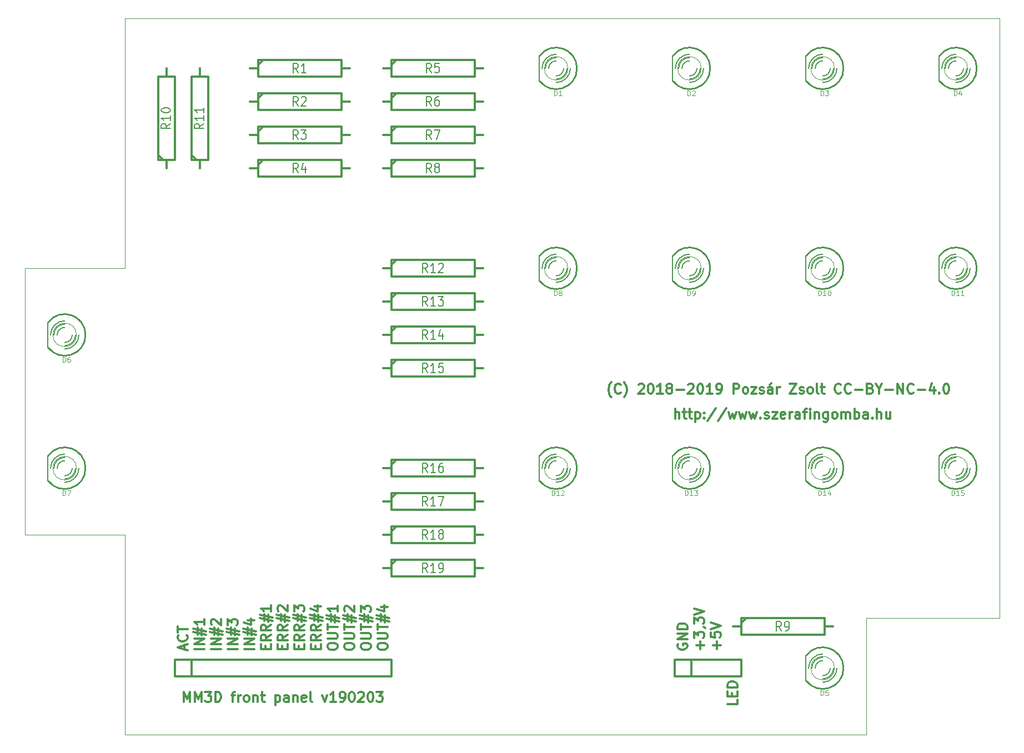
<source format=gbr>
G04 #@! TF.FileFunction,Legend,Top*
%FSLAX46Y46*%
G04 Gerber Fmt 4.6, Leading zero omitted, Abs format (unit mm)*
G04 Created by KiCad (PCBNEW 4.0.5+dfsg1-4+deb9u1) date Tue Sep 27 18:48:32 2022*
%MOMM*%
%LPD*%
G01*
G04 APERTURE LIST*
%ADD10C,0.100000*%
%ADD11C,0.300000*%
%ADD12C,0.304800*%
%ADD13C,0.203200*%
%ADD14C,0.076200*%
%ADD15C,0.254000*%
%ADD16C,0.152400*%
%ADD17C,0.088900*%
G04 APERTURE END LIST*
D10*
D11*
X88997145Y-148633571D02*
X88997145Y-147133571D01*
X89497145Y-148205000D01*
X89997145Y-147133571D01*
X89997145Y-148633571D01*
X90711431Y-148633571D02*
X90711431Y-147133571D01*
X91211431Y-148205000D01*
X91711431Y-147133571D01*
X91711431Y-148633571D01*
X92282860Y-147133571D02*
X93211431Y-147133571D01*
X92711431Y-147705000D01*
X92925717Y-147705000D01*
X93068574Y-147776429D01*
X93140003Y-147847857D01*
X93211431Y-147990714D01*
X93211431Y-148347857D01*
X93140003Y-148490714D01*
X93068574Y-148562143D01*
X92925717Y-148633571D01*
X92497145Y-148633571D01*
X92354288Y-148562143D01*
X92282860Y-148490714D01*
X93854288Y-148633571D02*
X93854288Y-147133571D01*
X94211431Y-147133571D01*
X94425716Y-147205000D01*
X94568574Y-147347857D01*
X94640002Y-147490714D01*
X94711431Y-147776429D01*
X94711431Y-147990714D01*
X94640002Y-148276429D01*
X94568574Y-148419286D01*
X94425716Y-148562143D01*
X94211431Y-148633571D01*
X93854288Y-148633571D01*
X96282859Y-147633571D02*
X96854288Y-147633571D01*
X96497145Y-148633571D02*
X96497145Y-147347857D01*
X96568573Y-147205000D01*
X96711431Y-147133571D01*
X96854288Y-147133571D01*
X97354288Y-148633571D02*
X97354288Y-147633571D01*
X97354288Y-147919286D02*
X97425716Y-147776429D01*
X97497145Y-147705000D01*
X97640002Y-147633571D01*
X97782859Y-147633571D01*
X98497145Y-148633571D02*
X98354287Y-148562143D01*
X98282859Y-148490714D01*
X98211430Y-148347857D01*
X98211430Y-147919286D01*
X98282859Y-147776429D01*
X98354287Y-147705000D01*
X98497145Y-147633571D01*
X98711430Y-147633571D01*
X98854287Y-147705000D01*
X98925716Y-147776429D01*
X98997145Y-147919286D01*
X98997145Y-148347857D01*
X98925716Y-148490714D01*
X98854287Y-148562143D01*
X98711430Y-148633571D01*
X98497145Y-148633571D01*
X99640002Y-147633571D02*
X99640002Y-148633571D01*
X99640002Y-147776429D02*
X99711430Y-147705000D01*
X99854288Y-147633571D01*
X100068573Y-147633571D01*
X100211430Y-147705000D01*
X100282859Y-147847857D01*
X100282859Y-148633571D01*
X100782859Y-147633571D02*
X101354288Y-147633571D01*
X100997145Y-147133571D02*
X100997145Y-148419286D01*
X101068573Y-148562143D01*
X101211431Y-148633571D01*
X101354288Y-148633571D01*
X102997145Y-147633571D02*
X102997145Y-149133571D01*
X102997145Y-147705000D02*
X103140002Y-147633571D01*
X103425716Y-147633571D01*
X103568573Y-147705000D01*
X103640002Y-147776429D01*
X103711431Y-147919286D01*
X103711431Y-148347857D01*
X103640002Y-148490714D01*
X103568573Y-148562143D01*
X103425716Y-148633571D01*
X103140002Y-148633571D01*
X102997145Y-148562143D01*
X104997145Y-148633571D02*
X104997145Y-147847857D01*
X104925716Y-147705000D01*
X104782859Y-147633571D01*
X104497145Y-147633571D01*
X104354288Y-147705000D01*
X104997145Y-148562143D02*
X104854288Y-148633571D01*
X104497145Y-148633571D01*
X104354288Y-148562143D01*
X104282859Y-148419286D01*
X104282859Y-148276429D01*
X104354288Y-148133571D01*
X104497145Y-148062143D01*
X104854288Y-148062143D01*
X104997145Y-147990714D01*
X105711431Y-147633571D02*
X105711431Y-148633571D01*
X105711431Y-147776429D02*
X105782859Y-147705000D01*
X105925717Y-147633571D01*
X106140002Y-147633571D01*
X106282859Y-147705000D01*
X106354288Y-147847857D01*
X106354288Y-148633571D01*
X107640002Y-148562143D02*
X107497145Y-148633571D01*
X107211431Y-148633571D01*
X107068574Y-148562143D01*
X106997145Y-148419286D01*
X106997145Y-147847857D01*
X107068574Y-147705000D01*
X107211431Y-147633571D01*
X107497145Y-147633571D01*
X107640002Y-147705000D01*
X107711431Y-147847857D01*
X107711431Y-147990714D01*
X106997145Y-148133571D01*
X108568574Y-148633571D02*
X108425716Y-148562143D01*
X108354288Y-148419286D01*
X108354288Y-147133571D01*
X110140002Y-147633571D02*
X110497145Y-148633571D01*
X110854287Y-147633571D01*
X112211430Y-148633571D02*
X111354287Y-148633571D01*
X111782859Y-148633571D02*
X111782859Y-147133571D01*
X111640002Y-147347857D01*
X111497144Y-147490714D01*
X111354287Y-147562143D01*
X112925715Y-148633571D02*
X113211430Y-148633571D01*
X113354287Y-148562143D01*
X113425715Y-148490714D01*
X113568573Y-148276429D01*
X113640001Y-147990714D01*
X113640001Y-147419286D01*
X113568573Y-147276429D01*
X113497144Y-147205000D01*
X113354287Y-147133571D01*
X113068573Y-147133571D01*
X112925715Y-147205000D01*
X112854287Y-147276429D01*
X112782858Y-147419286D01*
X112782858Y-147776429D01*
X112854287Y-147919286D01*
X112925715Y-147990714D01*
X113068573Y-148062143D01*
X113354287Y-148062143D01*
X113497144Y-147990714D01*
X113568573Y-147919286D01*
X113640001Y-147776429D01*
X114568572Y-147133571D02*
X114711429Y-147133571D01*
X114854286Y-147205000D01*
X114925715Y-147276429D01*
X114997144Y-147419286D01*
X115068572Y-147705000D01*
X115068572Y-148062143D01*
X114997144Y-148347857D01*
X114925715Y-148490714D01*
X114854286Y-148562143D01*
X114711429Y-148633571D01*
X114568572Y-148633571D01*
X114425715Y-148562143D01*
X114354286Y-148490714D01*
X114282858Y-148347857D01*
X114211429Y-148062143D01*
X114211429Y-147705000D01*
X114282858Y-147419286D01*
X114354286Y-147276429D01*
X114425715Y-147205000D01*
X114568572Y-147133571D01*
X115640000Y-147276429D02*
X115711429Y-147205000D01*
X115854286Y-147133571D01*
X116211429Y-147133571D01*
X116354286Y-147205000D01*
X116425715Y-147276429D01*
X116497143Y-147419286D01*
X116497143Y-147562143D01*
X116425715Y-147776429D01*
X115568572Y-148633571D01*
X116497143Y-148633571D01*
X117425714Y-147133571D02*
X117568571Y-147133571D01*
X117711428Y-147205000D01*
X117782857Y-147276429D01*
X117854286Y-147419286D01*
X117925714Y-147705000D01*
X117925714Y-148062143D01*
X117854286Y-148347857D01*
X117782857Y-148490714D01*
X117711428Y-148562143D01*
X117568571Y-148633571D01*
X117425714Y-148633571D01*
X117282857Y-148562143D01*
X117211428Y-148490714D01*
X117140000Y-148347857D01*
X117068571Y-148062143D01*
X117068571Y-147705000D01*
X117140000Y-147419286D01*
X117211428Y-147276429D01*
X117282857Y-147205000D01*
X117425714Y-147133571D01*
X118425714Y-147133571D02*
X119354285Y-147133571D01*
X118854285Y-147705000D01*
X119068571Y-147705000D01*
X119211428Y-147776429D01*
X119282857Y-147847857D01*
X119354285Y-147990714D01*
X119354285Y-148347857D01*
X119282857Y-148490714D01*
X119211428Y-148562143D01*
X119068571Y-148633571D01*
X118639999Y-148633571D01*
X118497142Y-148562143D01*
X118425714Y-148490714D01*
X163947141Y-105453571D02*
X163947141Y-103953571D01*
X164589998Y-105453571D02*
X164589998Y-104667857D01*
X164518569Y-104525000D01*
X164375712Y-104453571D01*
X164161427Y-104453571D01*
X164018569Y-104525000D01*
X163947141Y-104596429D01*
X165089998Y-104453571D02*
X165661427Y-104453571D01*
X165304284Y-103953571D02*
X165304284Y-105239286D01*
X165375712Y-105382143D01*
X165518570Y-105453571D01*
X165661427Y-105453571D01*
X165947141Y-104453571D02*
X166518570Y-104453571D01*
X166161427Y-103953571D02*
X166161427Y-105239286D01*
X166232855Y-105382143D01*
X166375713Y-105453571D01*
X166518570Y-105453571D01*
X167018570Y-104453571D02*
X167018570Y-105953571D01*
X167018570Y-104525000D02*
X167161427Y-104453571D01*
X167447141Y-104453571D01*
X167589998Y-104525000D01*
X167661427Y-104596429D01*
X167732856Y-104739286D01*
X167732856Y-105167857D01*
X167661427Y-105310714D01*
X167589998Y-105382143D01*
X167447141Y-105453571D01*
X167161427Y-105453571D01*
X167018570Y-105382143D01*
X168375713Y-105310714D02*
X168447141Y-105382143D01*
X168375713Y-105453571D01*
X168304284Y-105382143D01*
X168375713Y-105310714D01*
X168375713Y-105453571D01*
X168375713Y-104525000D02*
X168447141Y-104596429D01*
X168375713Y-104667857D01*
X168304284Y-104596429D01*
X168375713Y-104525000D01*
X168375713Y-104667857D01*
X170161427Y-103882143D02*
X168875713Y-105810714D01*
X171732856Y-103882143D02*
X170447142Y-105810714D01*
X172090000Y-104453571D02*
X172375714Y-105453571D01*
X172661428Y-104739286D01*
X172947143Y-105453571D01*
X173232857Y-104453571D01*
X173661429Y-104453571D02*
X173947143Y-105453571D01*
X174232857Y-104739286D01*
X174518572Y-105453571D01*
X174804286Y-104453571D01*
X175232858Y-104453571D02*
X175518572Y-105453571D01*
X175804286Y-104739286D01*
X176090001Y-105453571D01*
X176375715Y-104453571D01*
X176947144Y-105310714D02*
X177018572Y-105382143D01*
X176947144Y-105453571D01*
X176875715Y-105382143D01*
X176947144Y-105310714D01*
X176947144Y-105453571D01*
X177590001Y-105382143D02*
X177732858Y-105453571D01*
X178018573Y-105453571D01*
X178161430Y-105382143D01*
X178232858Y-105239286D01*
X178232858Y-105167857D01*
X178161430Y-105025000D01*
X178018573Y-104953571D01*
X177804287Y-104953571D01*
X177661430Y-104882143D01*
X177590001Y-104739286D01*
X177590001Y-104667857D01*
X177661430Y-104525000D01*
X177804287Y-104453571D01*
X178018573Y-104453571D01*
X178161430Y-104525000D01*
X178732859Y-104453571D02*
X179518573Y-104453571D01*
X178732859Y-105453571D01*
X179518573Y-105453571D01*
X180661430Y-105382143D02*
X180518573Y-105453571D01*
X180232859Y-105453571D01*
X180090002Y-105382143D01*
X180018573Y-105239286D01*
X180018573Y-104667857D01*
X180090002Y-104525000D01*
X180232859Y-104453571D01*
X180518573Y-104453571D01*
X180661430Y-104525000D01*
X180732859Y-104667857D01*
X180732859Y-104810714D01*
X180018573Y-104953571D01*
X181375716Y-105453571D02*
X181375716Y-104453571D01*
X181375716Y-104739286D02*
X181447144Y-104596429D01*
X181518573Y-104525000D01*
X181661430Y-104453571D01*
X181804287Y-104453571D01*
X182947144Y-105453571D02*
X182947144Y-104667857D01*
X182875715Y-104525000D01*
X182732858Y-104453571D01*
X182447144Y-104453571D01*
X182304287Y-104525000D01*
X182947144Y-105382143D02*
X182804287Y-105453571D01*
X182447144Y-105453571D01*
X182304287Y-105382143D01*
X182232858Y-105239286D01*
X182232858Y-105096429D01*
X182304287Y-104953571D01*
X182447144Y-104882143D01*
X182804287Y-104882143D01*
X182947144Y-104810714D01*
X183447144Y-104453571D02*
X184018573Y-104453571D01*
X183661430Y-105453571D02*
X183661430Y-104167857D01*
X183732858Y-104025000D01*
X183875716Y-103953571D01*
X184018573Y-103953571D01*
X184518573Y-105453571D02*
X184518573Y-104453571D01*
X184518573Y-103953571D02*
X184447144Y-104025000D01*
X184518573Y-104096429D01*
X184590001Y-104025000D01*
X184518573Y-103953571D01*
X184518573Y-104096429D01*
X185232859Y-104453571D02*
X185232859Y-105453571D01*
X185232859Y-104596429D02*
X185304287Y-104525000D01*
X185447145Y-104453571D01*
X185661430Y-104453571D01*
X185804287Y-104525000D01*
X185875716Y-104667857D01*
X185875716Y-105453571D01*
X187232859Y-104453571D02*
X187232859Y-105667857D01*
X187161430Y-105810714D01*
X187090002Y-105882143D01*
X186947145Y-105953571D01*
X186732859Y-105953571D01*
X186590002Y-105882143D01*
X187232859Y-105382143D02*
X187090002Y-105453571D01*
X186804288Y-105453571D01*
X186661430Y-105382143D01*
X186590002Y-105310714D01*
X186518573Y-105167857D01*
X186518573Y-104739286D01*
X186590002Y-104596429D01*
X186661430Y-104525000D01*
X186804288Y-104453571D01*
X187090002Y-104453571D01*
X187232859Y-104525000D01*
X188161431Y-105453571D02*
X188018573Y-105382143D01*
X187947145Y-105310714D01*
X187875716Y-105167857D01*
X187875716Y-104739286D01*
X187947145Y-104596429D01*
X188018573Y-104525000D01*
X188161431Y-104453571D01*
X188375716Y-104453571D01*
X188518573Y-104525000D01*
X188590002Y-104596429D01*
X188661431Y-104739286D01*
X188661431Y-105167857D01*
X188590002Y-105310714D01*
X188518573Y-105382143D01*
X188375716Y-105453571D01*
X188161431Y-105453571D01*
X189304288Y-105453571D02*
X189304288Y-104453571D01*
X189304288Y-104596429D02*
X189375716Y-104525000D01*
X189518574Y-104453571D01*
X189732859Y-104453571D01*
X189875716Y-104525000D01*
X189947145Y-104667857D01*
X189947145Y-105453571D01*
X189947145Y-104667857D02*
X190018574Y-104525000D01*
X190161431Y-104453571D01*
X190375716Y-104453571D01*
X190518574Y-104525000D01*
X190590002Y-104667857D01*
X190590002Y-105453571D01*
X191304288Y-105453571D02*
X191304288Y-103953571D01*
X191304288Y-104525000D02*
X191447145Y-104453571D01*
X191732859Y-104453571D01*
X191875716Y-104525000D01*
X191947145Y-104596429D01*
X192018574Y-104739286D01*
X192018574Y-105167857D01*
X191947145Y-105310714D01*
X191875716Y-105382143D01*
X191732859Y-105453571D01*
X191447145Y-105453571D01*
X191304288Y-105382143D01*
X193304288Y-105453571D02*
X193304288Y-104667857D01*
X193232859Y-104525000D01*
X193090002Y-104453571D01*
X192804288Y-104453571D01*
X192661431Y-104525000D01*
X193304288Y-105382143D02*
X193161431Y-105453571D01*
X192804288Y-105453571D01*
X192661431Y-105382143D01*
X192590002Y-105239286D01*
X192590002Y-105096429D01*
X192661431Y-104953571D01*
X192804288Y-104882143D01*
X193161431Y-104882143D01*
X193304288Y-104810714D01*
X194018574Y-105310714D02*
X194090002Y-105382143D01*
X194018574Y-105453571D01*
X193947145Y-105382143D01*
X194018574Y-105310714D01*
X194018574Y-105453571D01*
X194732860Y-105453571D02*
X194732860Y-103953571D01*
X195375717Y-105453571D02*
X195375717Y-104667857D01*
X195304288Y-104525000D01*
X195161431Y-104453571D01*
X194947146Y-104453571D01*
X194804288Y-104525000D01*
X194732860Y-104596429D01*
X196732860Y-104453571D02*
X196732860Y-105453571D01*
X196090003Y-104453571D02*
X196090003Y-105239286D01*
X196161431Y-105382143D01*
X196304289Y-105453571D01*
X196518574Y-105453571D01*
X196661431Y-105382143D01*
X196732860Y-105310714D01*
X154205002Y-102215000D02*
X154133574Y-102143571D01*
X153990717Y-101929286D01*
X153919288Y-101786429D01*
X153847859Y-101572143D01*
X153776431Y-101215000D01*
X153776431Y-100929286D01*
X153847859Y-100572143D01*
X153919288Y-100357857D01*
X153990717Y-100215000D01*
X154133574Y-100000714D01*
X154205002Y-99929286D01*
X155633574Y-101500714D02*
X155562145Y-101572143D01*
X155347859Y-101643571D01*
X155205002Y-101643571D01*
X154990717Y-101572143D01*
X154847859Y-101429286D01*
X154776431Y-101286429D01*
X154705002Y-101000714D01*
X154705002Y-100786429D01*
X154776431Y-100500714D01*
X154847859Y-100357857D01*
X154990717Y-100215000D01*
X155205002Y-100143571D01*
X155347859Y-100143571D01*
X155562145Y-100215000D01*
X155633574Y-100286429D01*
X156133574Y-102215000D02*
X156205002Y-102143571D01*
X156347859Y-101929286D01*
X156419288Y-101786429D01*
X156490717Y-101572143D01*
X156562145Y-101215000D01*
X156562145Y-100929286D01*
X156490717Y-100572143D01*
X156419288Y-100357857D01*
X156347859Y-100215000D01*
X156205002Y-100000714D01*
X156133574Y-99929286D01*
X158347859Y-100286429D02*
X158419288Y-100215000D01*
X158562145Y-100143571D01*
X158919288Y-100143571D01*
X159062145Y-100215000D01*
X159133574Y-100286429D01*
X159205002Y-100429286D01*
X159205002Y-100572143D01*
X159133574Y-100786429D01*
X158276431Y-101643571D01*
X159205002Y-101643571D01*
X160133573Y-100143571D02*
X160276430Y-100143571D01*
X160419287Y-100215000D01*
X160490716Y-100286429D01*
X160562145Y-100429286D01*
X160633573Y-100715000D01*
X160633573Y-101072143D01*
X160562145Y-101357857D01*
X160490716Y-101500714D01*
X160419287Y-101572143D01*
X160276430Y-101643571D01*
X160133573Y-101643571D01*
X159990716Y-101572143D01*
X159919287Y-101500714D01*
X159847859Y-101357857D01*
X159776430Y-101072143D01*
X159776430Y-100715000D01*
X159847859Y-100429286D01*
X159919287Y-100286429D01*
X159990716Y-100215000D01*
X160133573Y-100143571D01*
X162062144Y-101643571D02*
X161205001Y-101643571D01*
X161633573Y-101643571D02*
X161633573Y-100143571D01*
X161490716Y-100357857D01*
X161347858Y-100500714D01*
X161205001Y-100572143D01*
X162919287Y-100786429D02*
X162776429Y-100715000D01*
X162705001Y-100643571D01*
X162633572Y-100500714D01*
X162633572Y-100429286D01*
X162705001Y-100286429D01*
X162776429Y-100215000D01*
X162919287Y-100143571D01*
X163205001Y-100143571D01*
X163347858Y-100215000D01*
X163419287Y-100286429D01*
X163490715Y-100429286D01*
X163490715Y-100500714D01*
X163419287Y-100643571D01*
X163347858Y-100715000D01*
X163205001Y-100786429D01*
X162919287Y-100786429D01*
X162776429Y-100857857D01*
X162705001Y-100929286D01*
X162633572Y-101072143D01*
X162633572Y-101357857D01*
X162705001Y-101500714D01*
X162776429Y-101572143D01*
X162919287Y-101643571D01*
X163205001Y-101643571D01*
X163347858Y-101572143D01*
X163419287Y-101500714D01*
X163490715Y-101357857D01*
X163490715Y-101072143D01*
X163419287Y-100929286D01*
X163347858Y-100857857D01*
X163205001Y-100786429D01*
X164133572Y-101072143D02*
X165276429Y-101072143D01*
X165919286Y-100286429D02*
X165990715Y-100215000D01*
X166133572Y-100143571D01*
X166490715Y-100143571D01*
X166633572Y-100215000D01*
X166705001Y-100286429D01*
X166776429Y-100429286D01*
X166776429Y-100572143D01*
X166705001Y-100786429D01*
X165847858Y-101643571D01*
X166776429Y-101643571D01*
X167705000Y-100143571D02*
X167847857Y-100143571D01*
X167990714Y-100215000D01*
X168062143Y-100286429D01*
X168133572Y-100429286D01*
X168205000Y-100715000D01*
X168205000Y-101072143D01*
X168133572Y-101357857D01*
X168062143Y-101500714D01*
X167990714Y-101572143D01*
X167847857Y-101643571D01*
X167705000Y-101643571D01*
X167562143Y-101572143D01*
X167490714Y-101500714D01*
X167419286Y-101357857D01*
X167347857Y-101072143D01*
X167347857Y-100715000D01*
X167419286Y-100429286D01*
X167490714Y-100286429D01*
X167562143Y-100215000D01*
X167705000Y-100143571D01*
X169633571Y-101643571D02*
X168776428Y-101643571D01*
X169205000Y-101643571D02*
X169205000Y-100143571D01*
X169062143Y-100357857D01*
X168919285Y-100500714D01*
X168776428Y-100572143D01*
X170347856Y-101643571D02*
X170633571Y-101643571D01*
X170776428Y-101572143D01*
X170847856Y-101500714D01*
X170990714Y-101286429D01*
X171062142Y-101000714D01*
X171062142Y-100429286D01*
X170990714Y-100286429D01*
X170919285Y-100215000D01*
X170776428Y-100143571D01*
X170490714Y-100143571D01*
X170347856Y-100215000D01*
X170276428Y-100286429D01*
X170204999Y-100429286D01*
X170204999Y-100786429D01*
X170276428Y-100929286D01*
X170347856Y-101000714D01*
X170490714Y-101072143D01*
X170776428Y-101072143D01*
X170919285Y-101000714D01*
X170990714Y-100929286D01*
X171062142Y-100786429D01*
X172847856Y-101643571D02*
X172847856Y-100143571D01*
X173419284Y-100143571D01*
X173562142Y-100215000D01*
X173633570Y-100286429D01*
X173704999Y-100429286D01*
X173704999Y-100643571D01*
X173633570Y-100786429D01*
X173562142Y-100857857D01*
X173419284Y-100929286D01*
X172847856Y-100929286D01*
X174562142Y-101643571D02*
X174419284Y-101572143D01*
X174347856Y-101500714D01*
X174276427Y-101357857D01*
X174276427Y-100929286D01*
X174347856Y-100786429D01*
X174419284Y-100715000D01*
X174562142Y-100643571D01*
X174776427Y-100643571D01*
X174919284Y-100715000D01*
X174990713Y-100786429D01*
X175062142Y-100929286D01*
X175062142Y-101357857D01*
X174990713Y-101500714D01*
X174919284Y-101572143D01*
X174776427Y-101643571D01*
X174562142Y-101643571D01*
X175562142Y-100643571D02*
X176347856Y-100643571D01*
X175562142Y-101643571D01*
X176347856Y-101643571D01*
X176847856Y-101572143D02*
X176990713Y-101643571D01*
X177276428Y-101643571D01*
X177419285Y-101572143D01*
X177490713Y-101429286D01*
X177490713Y-101357857D01*
X177419285Y-101215000D01*
X177276428Y-101143571D01*
X177062142Y-101143571D01*
X176919285Y-101072143D01*
X176847856Y-100929286D01*
X176847856Y-100857857D01*
X176919285Y-100715000D01*
X177062142Y-100643571D01*
X177276428Y-100643571D01*
X177419285Y-100715000D01*
X178776428Y-101643571D02*
X178776428Y-100857857D01*
X178704999Y-100715000D01*
X178562142Y-100643571D01*
X178276428Y-100643571D01*
X178133571Y-100715000D01*
X178776428Y-101572143D02*
X178633571Y-101643571D01*
X178276428Y-101643571D01*
X178133571Y-101572143D01*
X178062142Y-101429286D01*
X178062142Y-101286429D01*
X178133571Y-101143571D01*
X178276428Y-101072143D01*
X178633571Y-101072143D01*
X178776428Y-101000714D01*
X178562142Y-100072143D02*
X178347857Y-100286429D01*
X179490714Y-101643571D02*
X179490714Y-100643571D01*
X179490714Y-100929286D02*
X179562142Y-100786429D01*
X179633571Y-100715000D01*
X179776428Y-100643571D01*
X179919285Y-100643571D01*
X181419285Y-100143571D02*
X182419285Y-100143571D01*
X181419285Y-101643571D01*
X182419285Y-101643571D01*
X182919284Y-101572143D02*
X183062141Y-101643571D01*
X183347856Y-101643571D01*
X183490713Y-101572143D01*
X183562141Y-101429286D01*
X183562141Y-101357857D01*
X183490713Y-101215000D01*
X183347856Y-101143571D01*
X183133570Y-101143571D01*
X182990713Y-101072143D01*
X182919284Y-100929286D01*
X182919284Y-100857857D01*
X182990713Y-100715000D01*
X183133570Y-100643571D01*
X183347856Y-100643571D01*
X183490713Y-100715000D01*
X184419285Y-101643571D02*
X184276427Y-101572143D01*
X184204999Y-101500714D01*
X184133570Y-101357857D01*
X184133570Y-100929286D01*
X184204999Y-100786429D01*
X184276427Y-100715000D01*
X184419285Y-100643571D01*
X184633570Y-100643571D01*
X184776427Y-100715000D01*
X184847856Y-100786429D01*
X184919285Y-100929286D01*
X184919285Y-101357857D01*
X184847856Y-101500714D01*
X184776427Y-101572143D01*
X184633570Y-101643571D01*
X184419285Y-101643571D01*
X185776428Y-101643571D02*
X185633570Y-101572143D01*
X185562142Y-101429286D01*
X185562142Y-100143571D01*
X186133570Y-100643571D02*
X186704999Y-100643571D01*
X186347856Y-100143571D02*
X186347856Y-101429286D01*
X186419284Y-101572143D01*
X186562142Y-101643571D01*
X186704999Y-101643571D01*
X189204999Y-101500714D02*
X189133570Y-101572143D01*
X188919284Y-101643571D01*
X188776427Y-101643571D01*
X188562142Y-101572143D01*
X188419284Y-101429286D01*
X188347856Y-101286429D01*
X188276427Y-101000714D01*
X188276427Y-100786429D01*
X188347856Y-100500714D01*
X188419284Y-100357857D01*
X188562142Y-100215000D01*
X188776427Y-100143571D01*
X188919284Y-100143571D01*
X189133570Y-100215000D01*
X189204999Y-100286429D01*
X190704999Y-101500714D02*
X190633570Y-101572143D01*
X190419284Y-101643571D01*
X190276427Y-101643571D01*
X190062142Y-101572143D01*
X189919284Y-101429286D01*
X189847856Y-101286429D01*
X189776427Y-101000714D01*
X189776427Y-100786429D01*
X189847856Y-100500714D01*
X189919284Y-100357857D01*
X190062142Y-100215000D01*
X190276427Y-100143571D01*
X190419284Y-100143571D01*
X190633570Y-100215000D01*
X190704999Y-100286429D01*
X191347856Y-101072143D02*
X192490713Y-101072143D01*
X193704999Y-100857857D02*
X193919285Y-100929286D01*
X193990713Y-101000714D01*
X194062142Y-101143571D01*
X194062142Y-101357857D01*
X193990713Y-101500714D01*
X193919285Y-101572143D01*
X193776427Y-101643571D01*
X193204999Y-101643571D01*
X193204999Y-100143571D01*
X193704999Y-100143571D01*
X193847856Y-100215000D01*
X193919285Y-100286429D01*
X193990713Y-100429286D01*
X193990713Y-100572143D01*
X193919285Y-100715000D01*
X193847856Y-100786429D01*
X193704999Y-100857857D01*
X193204999Y-100857857D01*
X194990713Y-100929286D02*
X194990713Y-101643571D01*
X194490713Y-100143571D02*
X194990713Y-100929286D01*
X195490713Y-100143571D01*
X195990713Y-101072143D02*
X197133570Y-101072143D01*
X197847856Y-101643571D02*
X197847856Y-100143571D01*
X198704999Y-101643571D01*
X198704999Y-100143571D01*
X200276428Y-101500714D02*
X200204999Y-101572143D01*
X199990713Y-101643571D01*
X199847856Y-101643571D01*
X199633571Y-101572143D01*
X199490713Y-101429286D01*
X199419285Y-101286429D01*
X199347856Y-101000714D01*
X199347856Y-100786429D01*
X199419285Y-100500714D01*
X199490713Y-100357857D01*
X199633571Y-100215000D01*
X199847856Y-100143571D01*
X199990713Y-100143571D01*
X200204999Y-100215000D01*
X200276428Y-100286429D01*
X200919285Y-101072143D02*
X202062142Y-101072143D01*
X203419285Y-100643571D02*
X203419285Y-101643571D01*
X203062142Y-100072143D02*
X202704999Y-101143571D01*
X203633571Y-101143571D01*
X204204999Y-101500714D02*
X204276427Y-101572143D01*
X204204999Y-101643571D01*
X204133570Y-101572143D01*
X204204999Y-101500714D01*
X204204999Y-101643571D01*
X205204999Y-100143571D02*
X205347856Y-100143571D01*
X205490713Y-100215000D01*
X205562142Y-100286429D01*
X205633571Y-100429286D01*
X205704999Y-100715000D01*
X205704999Y-101072143D01*
X205633571Y-101357857D01*
X205562142Y-101500714D01*
X205490713Y-101572143D01*
X205347856Y-101643571D01*
X205204999Y-101643571D01*
X205062142Y-101572143D01*
X204990713Y-101500714D01*
X204919285Y-101357857D01*
X204847856Y-101072143D01*
X204847856Y-100715000D01*
X204919285Y-100429286D01*
X204990713Y-100286429D01*
X205062142Y-100215000D01*
X205204999Y-100143571D01*
X99738571Y-140612857D02*
X98238571Y-140612857D01*
X99738571Y-139898571D02*
X98238571Y-139898571D01*
X99738571Y-139041428D01*
X98238571Y-139041428D01*
X98738571Y-138398571D02*
X98738571Y-137327142D01*
X98095714Y-137969999D02*
X100024286Y-138398571D01*
X99381429Y-137469999D02*
X99381429Y-138541428D01*
X100024286Y-137898571D02*
X98095714Y-137469999D01*
X98738571Y-136184285D02*
X99738571Y-136184285D01*
X98167143Y-136541428D02*
X99238571Y-136898571D01*
X99238571Y-135969999D01*
X97198571Y-140612857D02*
X95698571Y-140612857D01*
X97198571Y-139898571D02*
X95698571Y-139898571D01*
X97198571Y-139041428D01*
X95698571Y-139041428D01*
X96198571Y-138398571D02*
X96198571Y-137327142D01*
X95555714Y-137969999D02*
X97484286Y-138398571D01*
X96841429Y-137469999D02*
X96841429Y-138541428D01*
X97484286Y-137898571D02*
X95555714Y-137469999D01*
X95698571Y-136969999D02*
X95698571Y-136041428D01*
X96270000Y-136541428D01*
X96270000Y-136327142D01*
X96341429Y-136184285D01*
X96412857Y-136112856D01*
X96555714Y-136041428D01*
X96912857Y-136041428D01*
X97055714Y-136112856D01*
X97127143Y-136184285D01*
X97198571Y-136327142D01*
X97198571Y-136755714D01*
X97127143Y-136898571D01*
X97055714Y-136969999D01*
X101492857Y-140612857D02*
X101492857Y-140112857D01*
X102278571Y-139898571D02*
X102278571Y-140612857D01*
X100778571Y-140612857D01*
X100778571Y-139898571D01*
X102278571Y-138398571D02*
X101564286Y-138898571D01*
X102278571Y-139255714D02*
X100778571Y-139255714D01*
X100778571Y-138684286D01*
X100850000Y-138541428D01*
X100921429Y-138470000D01*
X101064286Y-138398571D01*
X101278571Y-138398571D01*
X101421429Y-138470000D01*
X101492857Y-138541428D01*
X101564286Y-138684286D01*
X101564286Y-139255714D01*
X102278571Y-136898571D02*
X101564286Y-137398571D01*
X102278571Y-137755714D02*
X100778571Y-137755714D01*
X100778571Y-137184286D01*
X100850000Y-137041428D01*
X100921429Y-136970000D01*
X101064286Y-136898571D01*
X101278571Y-136898571D01*
X101421429Y-136970000D01*
X101492857Y-137041428D01*
X101564286Y-137184286D01*
X101564286Y-137755714D01*
X101278571Y-136327143D02*
X101278571Y-135255714D01*
X100635714Y-135898571D02*
X102564286Y-136327143D01*
X101921429Y-135398571D02*
X101921429Y-136470000D01*
X102564286Y-135827143D02*
X100635714Y-135398571D01*
X102278571Y-133970000D02*
X102278571Y-134827143D01*
X102278571Y-134398571D02*
X100778571Y-134398571D01*
X100992857Y-134541428D01*
X101135714Y-134684286D01*
X101207143Y-134827143D01*
X104032857Y-140612857D02*
X104032857Y-140112857D01*
X104818571Y-139898571D02*
X104818571Y-140612857D01*
X103318571Y-140612857D01*
X103318571Y-139898571D01*
X104818571Y-138398571D02*
X104104286Y-138898571D01*
X104818571Y-139255714D02*
X103318571Y-139255714D01*
X103318571Y-138684286D01*
X103390000Y-138541428D01*
X103461429Y-138470000D01*
X103604286Y-138398571D01*
X103818571Y-138398571D01*
X103961429Y-138470000D01*
X104032857Y-138541428D01*
X104104286Y-138684286D01*
X104104286Y-139255714D01*
X104818571Y-136898571D02*
X104104286Y-137398571D01*
X104818571Y-137755714D02*
X103318571Y-137755714D01*
X103318571Y-137184286D01*
X103390000Y-137041428D01*
X103461429Y-136970000D01*
X103604286Y-136898571D01*
X103818571Y-136898571D01*
X103961429Y-136970000D01*
X104032857Y-137041428D01*
X104104286Y-137184286D01*
X104104286Y-137755714D01*
X103818571Y-136327143D02*
X103818571Y-135255714D01*
X103175714Y-135898571D02*
X105104286Y-136327143D01*
X104461429Y-135398571D02*
X104461429Y-136470000D01*
X105104286Y-135827143D02*
X103175714Y-135398571D01*
X103461429Y-134827143D02*
X103390000Y-134755714D01*
X103318571Y-134612857D01*
X103318571Y-134255714D01*
X103390000Y-134112857D01*
X103461429Y-134041428D01*
X103604286Y-133970000D01*
X103747143Y-133970000D01*
X103961429Y-134041428D01*
X104818571Y-134898571D01*
X104818571Y-133970000D01*
X170287143Y-140612857D02*
X170287143Y-139470000D01*
X170858571Y-140041429D02*
X169715714Y-140041429D01*
X169358571Y-138041428D02*
X169358571Y-138755714D01*
X170072857Y-138827143D01*
X170001429Y-138755714D01*
X169930000Y-138612857D01*
X169930000Y-138255714D01*
X170001429Y-138112857D01*
X170072857Y-138041428D01*
X170215714Y-137970000D01*
X170572857Y-137970000D01*
X170715714Y-138041428D01*
X170787143Y-138112857D01*
X170858571Y-138255714D01*
X170858571Y-138612857D01*
X170787143Y-138755714D01*
X170715714Y-138827143D01*
X169358571Y-137541429D02*
X170858571Y-137041429D01*
X169358571Y-136541429D01*
X106572857Y-140612857D02*
X106572857Y-140112857D01*
X107358571Y-139898571D02*
X107358571Y-140612857D01*
X105858571Y-140612857D01*
X105858571Y-139898571D01*
X107358571Y-138398571D02*
X106644286Y-138898571D01*
X107358571Y-139255714D02*
X105858571Y-139255714D01*
X105858571Y-138684286D01*
X105930000Y-138541428D01*
X106001429Y-138470000D01*
X106144286Y-138398571D01*
X106358571Y-138398571D01*
X106501429Y-138470000D01*
X106572857Y-138541428D01*
X106644286Y-138684286D01*
X106644286Y-139255714D01*
X107358571Y-136898571D02*
X106644286Y-137398571D01*
X107358571Y-137755714D02*
X105858571Y-137755714D01*
X105858571Y-137184286D01*
X105930000Y-137041428D01*
X106001429Y-136970000D01*
X106144286Y-136898571D01*
X106358571Y-136898571D01*
X106501429Y-136970000D01*
X106572857Y-137041428D01*
X106644286Y-137184286D01*
X106644286Y-137755714D01*
X106358571Y-136327143D02*
X106358571Y-135255714D01*
X105715714Y-135898571D02*
X107644286Y-136327143D01*
X107001429Y-135398571D02*
X107001429Y-136470000D01*
X107644286Y-135827143D02*
X105715714Y-135398571D01*
X105858571Y-134898571D02*
X105858571Y-133970000D01*
X106430000Y-134470000D01*
X106430000Y-134255714D01*
X106501429Y-134112857D01*
X106572857Y-134041428D01*
X106715714Y-133970000D01*
X107072857Y-133970000D01*
X107215714Y-134041428D01*
X107287143Y-134112857D01*
X107358571Y-134255714D01*
X107358571Y-134684286D01*
X107287143Y-134827143D01*
X107215714Y-134898571D01*
X109112857Y-140612857D02*
X109112857Y-140112857D01*
X109898571Y-139898571D02*
X109898571Y-140612857D01*
X108398571Y-140612857D01*
X108398571Y-139898571D01*
X109898571Y-138398571D02*
X109184286Y-138898571D01*
X109898571Y-139255714D02*
X108398571Y-139255714D01*
X108398571Y-138684286D01*
X108470000Y-138541428D01*
X108541429Y-138470000D01*
X108684286Y-138398571D01*
X108898571Y-138398571D01*
X109041429Y-138470000D01*
X109112857Y-138541428D01*
X109184286Y-138684286D01*
X109184286Y-139255714D01*
X109898571Y-136898571D02*
X109184286Y-137398571D01*
X109898571Y-137755714D02*
X108398571Y-137755714D01*
X108398571Y-137184286D01*
X108470000Y-137041428D01*
X108541429Y-136970000D01*
X108684286Y-136898571D01*
X108898571Y-136898571D01*
X109041429Y-136970000D01*
X109112857Y-137041428D01*
X109184286Y-137184286D01*
X109184286Y-137755714D01*
X108898571Y-136327143D02*
X108898571Y-135255714D01*
X108255714Y-135898571D02*
X110184286Y-136327143D01*
X109541429Y-135398571D02*
X109541429Y-136470000D01*
X110184286Y-135827143D02*
X108255714Y-135398571D01*
X108898571Y-134112857D02*
X109898571Y-134112857D01*
X108327143Y-134470000D02*
X109398571Y-134827143D01*
X109398571Y-133898571D01*
X118558571Y-140327143D02*
X118558571Y-140041429D01*
X118630000Y-139898571D01*
X118772857Y-139755714D01*
X119058571Y-139684286D01*
X119558571Y-139684286D01*
X119844286Y-139755714D01*
X119987143Y-139898571D01*
X120058571Y-140041429D01*
X120058571Y-140327143D01*
X119987143Y-140470000D01*
X119844286Y-140612857D01*
X119558571Y-140684286D01*
X119058571Y-140684286D01*
X118772857Y-140612857D01*
X118630000Y-140470000D01*
X118558571Y-140327143D01*
X118558571Y-139041428D02*
X119772857Y-139041428D01*
X119915714Y-138970000D01*
X119987143Y-138898571D01*
X120058571Y-138755714D01*
X120058571Y-138470000D01*
X119987143Y-138327142D01*
X119915714Y-138255714D01*
X119772857Y-138184285D01*
X118558571Y-138184285D01*
X118558571Y-137684285D02*
X118558571Y-136827142D01*
X120058571Y-137255713D02*
X118558571Y-137255713D01*
X119058571Y-136398571D02*
X119058571Y-135327142D01*
X118415714Y-135969999D02*
X120344286Y-136398571D01*
X119701429Y-135469999D02*
X119701429Y-136541428D01*
X120344286Y-135898571D02*
X118415714Y-135469999D01*
X119058571Y-134184285D02*
X120058571Y-134184285D01*
X118487143Y-134541428D02*
X119558571Y-134898571D01*
X119558571Y-133969999D01*
X116018571Y-140327143D02*
X116018571Y-140041429D01*
X116090000Y-139898571D01*
X116232857Y-139755714D01*
X116518571Y-139684286D01*
X117018571Y-139684286D01*
X117304286Y-139755714D01*
X117447143Y-139898571D01*
X117518571Y-140041429D01*
X117518571Y-140327143D01*
X117447143Y-140470000D01*
X117304286Y-140612857D01*
X117018571Y-140684286D01*
X116518571Y-140684286D01*
X116232857Y-140612857D01*
X116090000Y-140470000D01*
X116018571Y-140327143D01*
X116018571Y-139041428D02*
X117232857Y-139041428D01*
X117375714Y-138970000D01*
X117447143Y-138898571D01*
X117518571Y-138755714D01*
X117518571Y-138470000D01*
X117447143Y-138327142D01*
X117375714Y-138255714D01*
X117232857Y-138184285D01*
X116018571Y-138184285D01*
X116018571Y-137684285D02*
X116018571Y-136827142D01*
X117518571Y-137255713D02*
X116018571Y-137255713D01*
X116518571Y-136398571D02*
X116518571Y-135327142D01*
X115875714Y-135969999D02*
X117804286Y-136398571D01*
X117161429Y-135469999D02*
X117161429Y-136541428D01*
X117804286Y-135898571D02*
X115875714Y-135469999D01*
X116018571Y-134969999D02*
X116018571Y-134041428D01*
X116590000Y-134541428D01*
X116590000Y-134327142D01*
X116661429Y-134184285D01*
X116732857Y-134112856D01*
X116875714Y-134041428D01*
X117232857Y-134041428D01*
X117375714Y-134112856D01*
X117447143Y-134184285D01*
X117518571Y-134327142D01*
X117518571Y-134755714D01*
X117447143Y-134898571D01*
X117375714Y-134969999D01*
X173398571Y-148284285D02*
X173398571Y-148998571D01*
X171898571Y-148998571D01*
X172612857Y-147784285D02*
X172612857Y-147284285D01*
X173398571Y-147069999D02*
X173398571Y-147784285D01*
X171898571Y-147784285D01*
X171898571Y-147069999D01*
X173398571Y-146427142D02*
X171898571Y-146427142D01*
X171898571Y-146069999D01*
X171970000Y-145855714D01*
X172112857Y-145712856D01*
X172255714Y-145641428D01*
X172541429Y-145569999D01*
X172755714Y-145569999D01*
X173041429Y-145641428D01*
X173184286Y-145712856D01*
X173327143Y-145855714D01*
X173398571Y-146069999D01*
X173398571Y-146427142D01*
X89150000Y-140684286D02*
X89150000Y-139970000D01*
X89578571Y-140827143D02*
X88078571Y-140327143D01*
X89578571Y-139827143D01*
X89435714Y-138470000D02*
X89507143Y-138541429D01*
X89578571Y-138755715D01*
X89578571Y-138898572D01*
X89507143Y-139112857D01*
X89364286Y-139255715D01*
X89221429Y-139327143D01*
X88935714Y-139398572D01*
X88721429Y-139398572D01*
X88435714Y-139327143D01*
X88292857Y-139255715D01*
X88150000Y-139112857D01*
X88078571Y-138898572D01*
X88078571Y-138755715D01*
X88150000Y-138541429D01*
X88221429Y-138470000D01*
X88078571Y-138041429D02*
X88078571Y-137184286D01*
X89578571Y-137612857D02*
X88078571Y-137612857D01*
X113478571Y-140327143D02*
X113478571Y-140041429D01*
X113550000Y-139898571D01*
X113692857Y-139755714D01*
X113978571Y-139684286D01*
X114478571Y-139684286D01*
X114764286Y-139755714D01*
X114907143Y-139898571D01*
X114978571Y-140041429D01*
X114978571Y-140327143D01*
X114907143Y-140470000D01*
X114764286Y-140612857D01*
X114478571Y-140684286D01*
X113978571Y-140684286D01*
X113692857Y-140612857D01*
X113550000Y-140470000D01*
X113478571Y-140327143D01*
X113478571Y-139041428D02*
X114692857Y-139041428D01*
X114835714Y-138970000D01*
X114907143Y-138898571D01*
X114978571Y-138755714D01*
X114978571Y-138470000D01*
X114907143Y-138327142D01*
X114835714Y-138255714D01*
X114692857Y-138184285D01*
X113478571Y-138184285D01*
X113478571Y-137684285D02*
X113478571Y-136827142D01*
X114978571Y-137255713D02*
X113478571Y-137255713D01*
X113978571Y-136398571D02*
X113978571Y-135327142D01*
X113335714Y-135969999D02*
X115264286Y-136398571D01*
X114621429Y-135469999D02*
X114621429Y-136541428D01*
X115264286Y-135898571D02*
X113335714Y-135469999D01*
X113621429Y-134898571D02*
X113550000Y-134827142D01*
X113478571Y-134684285D01*
X113478571Y-134327142D01*
X113550000Y-134184285D01*
X113621429Y-134112856D01*
X113764286Y-134041428D01*
X113907143Y-134041428D01*
X114121429Y-134112856D01*
X114978571Y-134969999D01*
X114978571Y-134041428D01*
X110938571Y-140327143D02*
X110938571Y-140041429D01*
X111010000Y-139898571D01*
X111152857Y-139755714D01*
X111438571Y-139684286D01*
X111938571Y-139684286D01*
X112224286Y-139755714D01*
X112367143Y-139898571D01*
X112438571Y-140041429D01*
X112438571Y-140327143D01*
X112367143Y-140470000D01*
X112224286Y-140612857D01*
X111938571Y-140684286D01*
X111438571Y-140684286D01*
X111152857Y-140612857D01*
X111010000Y-140470000D01*
X110938571Y-140327143D01*
X110938571Y-139041428D02*
X112152857Y-139041428D01*
X112295714Y-138970000D01*
X112367143Y-138898571D01*
X112438571Y-138755714D01*
X112438571Y-138470000D01*
X112367143Y-138327142D01*
X112295714Y-138255714D01*
X112152857Y-138184285D01*
X110938571Y-138184285D01*
X110938571Y-137684285D02*
X110938571Y-136827142D01*
X112438571Y-137255713D02*
X110938571Y-137255713D01*
X111438571Y-136398571D02*
X111438571Y-135327142D01*
X110795714Y-135969999D02*
X112724286Y-136398571D01*
X112081429Y-135469999D02*
X112081429Y-136541428D01*
X112724286Y-135898571D02*
X110795714Y-135469999D01*
X112438571Y-134041428D02*
X112438571Y-134898571D01*
X112438571Y-134469999D02*
X110938571Y-134469999D01*
X111152857Y-134612856D01*
X111295714Y-134755714D01*
X111367143Y-134898571D01*
X164350000Y-139827143D02*
X164278571Y-139970000D01*
X164278571Y-140184286D01*
X164350000Y-140398571D01*
X164492857Y-140541429D01*
X164635714Y-140612857D01*
X164921429Y-140684286D01*
X165135714Y-140684286D01*
X165421429Y-140612857D01*
X165564286Y-140541429D01*
X165707143Y-140398571D01*
X165778571Y-140184286D01*
X165778571Y-140041429D01*
X165707143Y-139827143D01*
X165635714Y-139755714D01*
X165135714Y-139755714D01*
X165135714Y-140041429D01*
X165778571Y-139112857D02*
X164278571Y-139112857D01*
X165778571Y-138255714D01*
X164278571Y-138255714D01*
X165778571Y-137541428D02*
X164278571Y-137541428D01*
X164278571Y-137184285D01*
X164350000Y-136970000D01*
X164492857Y-136827142D01*
X164635714Y-136755714D01*
X164921429Y-136684285D01*
X165135714Y-136684285D01*
X165421429Y-136755714D01*
X165564286Y-136827142D01*
X165707143Y-136970000D01*
X165778571Y-137184285D01*
X165778571Y-137541428D01*
X167747143Y-140612857D02*
X167747143Y-139470000D01*
X168318571Y-140041429D02*
X167175714Y-140041429D01*
X166818571Y-138898571D02*
X166818571Y-137970000D01*
X167390000Y-138470000D01*
X167390000Y-138255714D01*
X167461429Y-138112857D01*
X167532857Y-138041428D01*
X167675714Y-137970000D01*
X168032857Y-137970000D01*
X168175714Y-138041428D01*
X168247143Y-138112857D01*
X168318571Y-138255714D01*
X168318571Y-138684286D01*
X168247143Y-138827143D01*
X168175714Y-138898571D01*
X168247143Y-137255715D02*
X168318571Y-137255715D01*
X168461429Y-137327143D01*
X168532857Y-137398572D01*
X166818571Y-136755714D02*
X166818571Y-135827143D01*
X167390000Y-136327143D01*
X167390000Y-136112857D01*
X167461429Y-135970000D01*
X167532857Y-135898571D01*
X167675714Y-135827143D01*
X168032857Y-135827143D01*
X168175714Y-135898571D01*
X168247143Y-135970000D01*
X168318571Y-136112857D01*
X168318571Y-136541429D01*
X168247143Y-136684286D01*
X168175714Y-136755714D01*
X166818571Y-135398572D02*
X168318571Y-134898572D01*
X166818571Y-134398572D01*
X94658571Y-140612857D02*
X93158571Y-140612857D01*
X94658571Y-139898571D02*
X93158571Y-139898571D01*
X94658571Y-139041428D01*
X93158571Y-139041428D01*
X93658571Y-138398571D02*
X93658571Y-137327142D01*
X93015714Y-137969999D02*
X94944286Y-138398571D01*
X94301429Y-137469999D02*
X94301429Y-138541428D01*
X94944286Y-137898571D02*
X93015714Y-137469999D01*
X93301429Y-136898571D02*
X93230000Y-136827142D01*
X93158571Y-136684285D01*
X93158571Y-136327142D01*
X93230000Y-136184285D01*
X93301429Y-136112856D01*
X93444286Y-136041428D01*
X93587143Y-136041428D01*
X93801429Y-136112856D01*
X94658571Y-136969999D01*
X94658571Y-136041428D01*
X92118571Y-140612857D02*
X90618571Y-140612857D01*
X92118571Y-139898571D02*
X90618571Y-139898571D01*
X92118571Y-139041428D01*
X90618571Y-139041428D01*
X91118571Y-138398571D02*
X91118571Y-137327142D01*
X90475714Y-137969999D02*
X92404286Y-138398571D01*
X91761429Y-137469999D02*
X91761429Y-138541428D01*
X92404286Y-137898571D02*
X90475714Y-137469999D01*
X92118571Y-136041428D02*
X92118571Y-136898571D01*
X92118571Y-136469999D02*
X90618571Y-136469999D01*
X90832857Y-136612856D01*
X90975714Y-136755714D01*
X91047143Y-136898571D01*
D10*
X64770000Y-123190000D02*
X80010000Y-123190000D01*
X64770000Y-82550000D02*
X64770000Y-123190000D01*
X80010000Y-82550000D02*
X64770000Y-82550000D01*
X80010000Y-153670000D02*
X80010000Y-123190000D01*
X193040000Y-153670000D02*
X80010000Y-153670000D01*
X193040000Y-135890000D02*
X193040000Y-153670000D01*
X213360000Y-135890000D02*
X193040000Y-135890000D01*
X213360000Y-44450000D02*
X213360000Y-135890000D01*
X80010000Y-44450000D02*
X213360000Y-44450000D01*
X80010000Y-82550000D02*
X80010000Y-44450000D01*
D12*
X85090000Y-66040000D02*
X85090000Y-53340000D01*
X85090000Y-53340000D02*
X87630000Y-53340000D01*
X87630000Y-53340000D02*
X87630000Y-66040000D01*
X86360000Y-53340000D02*
X86360000Y-52070000D01*
X86360000Y-67310000D02*
X86360000Y-66040000D01*
X85852000Y-66040000D02*
X85090000Y-65278000D01*
X85090000Y-66040000D02*
X87630000Y-66040000D01*
X90170000Y-66040000D02*
X90170000Y-53340000D01*
X90170000Y-53340000D02*
X92710000Y-53340000D01*
X92710000Y-53340000D02*
X92710000Y-66040000D01*
X91440000Y-53340000D02*
X91440000Y-52070000D01*
X91440000Y-67310000D02*
X91440000Y-66040000D01*
X90932000Y-66040000D02*
X90170000Y-65278000D01*
X90170000Y-66040000D02*
X92710000Y-66040000D01*
X120650000Y-116840000D02*
X133350000Y-116840000D01*
X133350000Y-116840000D02*
X133350000Y-119380000D01*
X133350000Y-119380000D02*
X120650000Y-119380000D01*
X133350000Y-118110000D02*
X134620000Y-118110000D01*
X119380000Y-118110000D02*
X120650000Y-118110000D01*
X120650000Y-117602000D02*
X121412000Y-116840000D01*
X120650000Y-116840000D02*
X120650000Y-119380000D01*
X120650000Y-111760000D02*
X133350000Y-111760000D01*
X133350000Y-111760000D02*
X133350000Y-114300000D01*
X133350000Y-114300000D02*
X120650000Y-114300000D01*
X133350000Y-113030000D02*
X134620000Y-113030000D01*
X119380000Y-113030000D02*
X120650000Y-113030000D01*
X120650000Y-112522000D02*
X121412000Y-111760000D01*
X120650000Y-111760000D02*
X120650000Y-114300000D01*
X120650000Y-121920000D02*
X133350000Y-121920000D01*
X133350000Y-121920000D02*
X133350000Y-124460000D01*
X133350000Y-124460000D02*
X120650000Y-124460000D01*
X133350000Y-123190000D02*
X134620000Y-123190000D01*
X119380000Y-123190000D02*
X120650000Y-123190000D01*
X120650000Y-122682000D02*
X121412000Y-121920000D01*
X120650000Y-121920000D02*
X120650000Y-124460000D01*
X120650000Y-127000000D02*
X133350000Y-127000000D01*
X133350000Y-127000000D02*
X133350000Y-129540000D01*
X133350000Y-129540000D02*
X120650000Y-129540000D01*
X133350000Y-128270000D02*
X134620000Y-128270000D01*
X119380000Y-128270000D02*
X120650000Y-128270000D01*
X120650000Y-127762000D02*
X121412000Y-127000000D01*
X120650000Y-127000000D02*
X120650000Y-129540000D01*
D13*
X183845200Y-141605000D02*
X183845200Y-145415000D01*
D14*
X188232051Y-143510000D02*
G75*
G03X188232051Y-143510000I-1796051J0D01*
G01*
D15*
X183898003Y-145417668D02*
G75*
G03X183896000Y-141605000I2537997J1907668D01*
G01*
D16*
X186436000Y-144653000D02*
G75*
G03X187579000Y-143510000I0J1143000D01*
G01*
X186436000Y-142367000D02*
G75*
G03X185293000Y-143510000I0J-1143000D01*
G01*
X186436000Y-145161000D02*
G75*
G03X188087000Y-143510000I0J1651000D01*
G01*
X186436000Y-141859000D02*
G75*
G03X184785000Y-143510000I0J-1651000D01*
G01*
X186436000Y-145669000D02*
G75*
G03X188595000Y-143510000I0J2159000D01*
G01*
X186436000Y-141351000D02*
G75*
G03X184277000Y-143510000I0J-2159000D01*
G01*
D12*
X120650000Y-96520000D02*
X133350000Y-96520000D01*
X133350000Y-96520000D02*
X133350000Y-99060000D01*
X133350000Y-99060000D02*
X120650000Y-99060000D01*
X133350000Y-97790000D02*
X134620000Y-97790000D01*
X119380000Y-97790000D02*
X120650000Y-97790000D01*
X120650000Y-97282000D02*
X121412000Y-96520000D01*
X120650000Y-96520000D02*
X120650000Y-99060000D01*
X120650000Y-91440000D02*
X133350000Y-91440000D01*
X133350000Y-91440000D02*
X133350000Y-93980000D01*
X133350000Y-93980000D02*
X120650000Y-93980000D01*
X133350000Y-92710000D02*
X134620000Y-92710000D01*
X119380000Y-92710000D02*
X120650000Y-92710000D01*
X120650000Y-92202000D02*
X121412000Y-91440000D01*
X120650000Y-91440000D02*
X120650000Y-93980000D01*
X120650000Y-81280000D02*
X133350000Y-81280000D01*
X133350000Y-81280000D02*
X133350000Y-83820000D01*
X133350000Y-83820000D02*
X120650000Y-83820000D01*
X133350000Y-82550000D02*
X134620000Y-82550000D01*
X119380000Y-82550000D02*
X120650000Y-82550000D01*
X120650000Y-82042000D02*
X121412000Y-81280000D01*
X120650000Y-81280000D02*
X120650000Y-83820000D01*
X120650000Y-86360000D02*
X133350000Y-86360000D01*
X133350000Y-86360000D02*
X133350000Y-88900000D01*
X133350000Y-88900000D02*
X120650000Y-88900000D01*
X133350000Y-87630000D02*
X134620000Y-87630000D01*
X119380000Y-87630000D02*
X120650000Y-87630000D01*
X120650000Y-87122000D02*
X121412000Y-86360000D01*
X120650000Y-86360000D02*
X120650000Y-88900000D01*
D13*
X143205200Y-50165000D02*
X143205200Y-53975000D01*
D14*
X147592051Y-52070000D02*
G75*
G03X147592051Y-52070000I-1796051J0D01*
G01*
D15*
X143258003Y-53977668D02*
G75*
G03X143256000Y-50165000I2537997J1907668D01*
G01*
D16*
X145796000Y-53213000D02*
G75*
G03X146939000Y-52070000I0J1143000D01*
G01*
X145796000Y-50927000D02*
G75*
G03X144653000Y-52070000I0J-1143000D01*
G01*
X145796000Y-53721000D02*
G75*
G03X147447000Y-52070000I0J1651000D01*
G01*
X145796000Y-50419000D02*
G75*
G03X144145000Y-52070000I0J-1651000D01*
G01*
X145796000Y-54229000D02*
G75*
G03X147955000Y-52070000I0J2159000D01*
G01*
X145796000Y-49911000D02*
G75*
G03X143637000Y-52070000I0J-2159000D01*
G01*
D13*
X163525200Y-50165000D02*
X163525200Y-53975000D01*
D14*
X167912051Y-52070000D02*
G75*
G03X167912051Y-52070000I-1796051J0D01*
G01*
D15*
X163578003Y-53977668D02*
G75*
G03X163576000Y-50165000I2537997J1907668D01*
G01*
D16*
X166116000Y-53213000D02*
G75*
G03X167259000Y-52070000I0J1143000D01*
G01*
X166116000Y-50927000D02*
G75*
G03X164973000Y-52070000I0J-1143000D01*
G01*
X166116000Y-53721000D02*
G75*
G03X167767000Y-52070000I0J1651000D01*
G01*
X166116000Y-50419000D02*
G75*
G03X164465000Y-52070000I0J-1651000D01*
G01*
X166116000Y-54229000D02*
G75*
G03X168275000Y-52070000I0J2159000D01*
G01*
X166116000Y-49911000D02*
G75*
G03X163957000Y-52070000I0J-2159000D01*
G01*
D13*
X183845200Y-50165000D02*
X183845200Y-53975000D01*
D14*
X188232051Y-52070000D02*
G75*
G03X188232051Y-52070000I-1796051J0D01*
G01*
D15*
X183898003Y-53977668D02*
G75*
G03X183896000Y-50165000I2537997J1907668D01*
G01*
D16*
X186436000Y-53213000D02*
G75*
G03X187579000Y-52070000I0J1143000D01*
G01*
X186436000Y-50927000D02*
G75*
G03X185293000Y-52070000I0J-1143000D01*
G01*
X186436000Y-53721000D02*
G75*
G03X188087000Y-52070000I0J1651000D01*
G01*
X186436000Y-50419000D02*
G75*
G03X184785000Y-52070000I0J-1651000D01*
G01*
X186436000Y-54229000D02*
G75*
G03X188595000Y-52070000I0J2159000D01*
G01*
X186436000Y-49911000D02*
G75*
G03X184277000Y-52070000I0J-2159000D01*
G01*
D13*
X204165200Y-50165000D02*
X204165200Y-53975000D01*
D14*
X208552051Y-52070000D02*
G75*
G03X208552051Y-52070000I-1796051J0D01*
G01*
D15*
X204218003Y-53977668D02*
G75*
G03X204216000Y-50165000I2537997J1907668D01*
G01*
D16*
X206756000Y-53213000D02*
G75*
G03X207899000Y-52070000I0J1143000D01*
G01*
X206756000Y-50927000D02*
G75*
G03X205613000Y-52070000I0J-1143000D01*
G01*
X206756000Y-53721000D02*
G75*
G03X208407000Y-52070000I0J1651000D01*
G01*
X206756000Y-50419000D02*
G75*
G03X205105000Y-52070000I0J-1651000D01*
G01*
X206756000Y-54229000D02*
G75*
G03X208915000Y-52070000I0J2159000D01*
G01*
X206756000Y-49911000D02*
G75*
G03X204597000Y-52070000I0J-2159000D01*
G01*
D13*
X204165200Y-80645000D02*
X204165200Y-84455000D01*
D14*
X208552051Y-82550000D02*
G75*
G03X208552051Y-82550000I-1796051J0D01*
G01*
D15*
X204218003Y-84457668D02*
G75*
G03X204216000Y-80645000I2537997J1907668D01*
G01*
D16*
X206756000Y-83693000D02*
G75*
G03X207899000Y-82550000I0J1143000D01*
G01*
X206756000Y-81407000D02*
G75*
G03X205613000Y-82550000I0J-1143000D01*
G01*
X206756000Y-84201000D02*
G75*
G03X208407000Y-82550000I0J1651000D01*
G01*
X206756000Y-80899000D02*
G75*
G03X205105000Y-82550000I0J-1651000D01*
G01*
X206756000Y-84709000D02*
G75*
G03X208915000Y-82550000I0J2159000D01*
G01*
X206756000Y-80391000D02*
G75*
G03X204597000Y-82550000I0J-2159000D01*
G01*
D13*
X183845200Y-80645000D02*
X183845200Y-84455000D01*
D14*
X188232051Y-82550000D02*
G75*
G03X188232051Y-82550000I-1796051J0D01*
G01*
D15*
X183898003Y-84457668D02*
G75*
G03X183896000Y-80645000I2537997J1907668D01*
G01*
D16*
X186436000Y-83693000D02*
G75*
G03X187579000Y-82550000I0J1143000D01*
G01*
X186436000Y-81407000D02*
G75*
G03X185293000Y-82550000I0J-1143000D01*
G01*
X186436000Y-84201000D02*
G75*
G03X188087000Y-82550000I0J1651000D01*
G01*
X186436000Y-80899000D02*
G75*
G03X184785000Y-82550000I0J-1651000D01*
G01*
X186436000Y-84709000D02*
G75*
G03X188595000Y-82550000I0J2159000D01*
G01*
X186436000Y-80391000D02*
G75*
G03X184277000Y-82550000I0J-2159000D01*
G01*
D13*
X163525200Y-80645000D02*
X163525200Y-84455000D01*
D14*
X167912051Y-82550000D02*
G75*
G03X167912051Y-82550000I-1796051J0D01*
G01*
D15*
X163578003Y-84457668D02*
G75*
G03X163576000Y-80645000I2537997J1907668D01*
G01*
D16*
X166116000Y-83693000D02*
G75*
G03X167259000Y-82550000I0J1143000D01*
G01*
X166116000Y-81407000D02*
G75*
G03X164973000Y-82550000I0J-1143000D01*
G01*
X166116000Y-84201000D02*
G75*
G03X167767000Y-82550000I0J1651000D01*
G01*
X166116000Y-80899000D02*
G75*
G03X164465000Y-82550000I0J-1651000D01*
G01*
X166116000Y-84709000D02*
G75*
G03X168275000Y-82550000I0J2159000D01*
G01*
X166116000Y-80391000D02*
G75*
G03X163957000Y-82550000I0J-2159000D01*
G01*
D13*
X143205200Y-80645000D02*
X143205200Y-84455000D01*
D14*
X147592051Y-82550000D02*
G75*
G03X147592051Y-82550000I-1796051J0D01*
G01*
D15*
X143258003Y-84457668D02*
G75*
G03X143256000Y-80645000I2537997J1907668D01*
G01*
D16*
X145796000Y-83693000D02*
G75*
G03X146939000Y-82550000I0J1143000D01*
G01*
X145796000Y-81407000D02*
G75*
G03X144653000Y-82550000I0J-1143000D01*
G01*
X145796000Y-84201000D02*
G75*
G03X147447000Y-82550000I0J1651000D01*
G01*
X145796000Y-80899000D02*
G75*
G03X144145000Y-82550000I0J-1651000D01*
G01*
X145796000Y-84709000D02*
G75*
G03X147955000Y-82550000I0J2159000D01*
G01*
X145796000Y-80391000D02*
G75*
G03X143637000Y-82550000I0J-2159000D01*
G01*
D12*
X100330000Y-55880000D02*
X113030000Y-55880000D01*
X113030000Y-55880000D02*
X113030000Y-58420000D01*
X113030000Y-58420000D02*
X100330000Y-58420000D01*
X113030000Y-57150000D02*
X114300000Y-57150000D01*
X99060000Y-57150000D02*
X100330000Y-57150000D01*
X100330000Y-56642000D02*
X101092000Y-55880000D01*
X100330000Y-55880000D02*
X100330000Y-58420000D01*
X120650000Y-55880000D02*
X133350000Y-55880000D01*
X133350000Y-55880000D02*
X133350000Y-58420000D01*
X133350000Y-58420000D02*
X120650000Y-58420000D01*
X133350000Y-57150000D02*
X134620000Y-57150000D01*
X119380000Y-57150000D02*
X120650000Y-57150000D01*
X120650000Y-56642000D02*
X121412000Y-55880000D01*
X120650000Y-55880000D02*
X120650000Y-58420000D01*
X120650000Y-50800000D02*
X133350000Y-50800000D01*
X133350000Y-50800000D02*
X133350000Y-53340000D01*
X133350000Y-53340000D02*
X120650000Y-53340000D01*
X133350000Y-52070000D02*
X134620000Y-52070000D01*
X119380000Y-52070000D02*
X120650000Y-52070000D01*
X120650000Y-51562000D02*
X121412000Y-50800000D01*
X120650000Y-50800000D02*
X120650000Y-53340000D01*
X100330000Y-50800000D02*
X113030000Y-50800000D01*
X113030000Y-50800000D02*
X113030000Y-53340000D01*
X113030000Y-53340000D02*
X100330000Y-53340000D01*
X113030000Y-52070000D02*
X114300000Y-52070000D01*
X99060000Y-52070000D02*
X100330000Y-52070000D01*
X100330000Y-51562000D02*
X101092000Y-50800000D01*
X100330000Y-50800000D02*
X100330000Y-53340000D01*
X100330000Y-60960000D02*
X113030000Y-60960000D01*
X113030000Y-60960000D02*
X113030000Y-63500000D01*
X113030000Y-63500000D02*
X100330000Y-63500000D01*
X113030000Y-62230000D02*
X114300000Y-62230000D01*
X99060000Y-62230000D02*
X100330000Y-62230000D01*
X100330000Y-61722000D02*
X101092000Y-60960000D01*
X100330000Y-60960000D02*
X100330000Y-63500000D01*
X120650000Y-60960000D02*
X133350000Y-60960000D01*
X133350000Y-60960000D02*
X133350000Y-63500000D01*
X133350000Y-63500000D02*
X120650000Y-63500000D01*
X133350000Y-62230000D02*
X134620000Y-62230000D01*
X119380000Y-62230000D02*
X120650000Y-62230000D01*
X120650000Y-61722000D02*
X121412000Y-60960000D01*
X120650000Y-60960000D02*
X120650000Y-63500000D01*
D13*
X68275200Y-90805000D02*
X68275200Y-94615000D01*
D14*
X72662051Y-92710000D02*
G75*
G03X72662051Y-92710000I-1796051J0D01*
G01*
D15*
X68328003Y-94617668D02*
G75*
G03X68326000Y-90805000I2537997J1907668D01*
G01*
D16*
X70866000Y-93853000D02*
G75*
G03X72009000Y-92710000I0J1143000D01*
G01*
X70866000Y-91567000D02*
G75*
G03X69723000Y-92710000I0J-1143000D01*
G01*
X70866000Y-94361000D02*
G75*
G03X72517000Y-92710000I0J1651000D01*
G01*
X70866000Y-91059000D02*
G75*
G03X69215000Y-92710000I0J-1651000D01*
G01*
X70866000Y-94869000D02*
G75*
G03X73025000Y-92710000I0J2159000D01*
G01*
X70866000Y-90551000D02*
G75*
G03X68707000Y-92710000I0J-2159000D01*
G01*
D13*
X68275200Y-111125000D02*
X68275200Y-114935000D01*
D14*
X72662051Y-113030000D02*
G75*
G03X72662051Y-113030000I-1796051J0D01*
G01*
D15*
X68328003Y-114937668D02*
G75*
G03X68326000Y-111125000I2537997J1907668D01*
G01*
D16*
X70866000Y-114173000D02*
G75*
G03X72009000Y-113030000I0J1143000D01*
G01*
X70866000Y-111887000D02*
G75*
G03X69723000Y-113030000I0J-1143000D01*
G01*
X70866000Y-114681000D02*
G75*
G03X72517000Y-113030000I0J1651000D01*
G01*
X70866000Y-111379000D02*
G75*
G03X69215000Y-113030000I0J-1651000D01*
G01*
X70866000Y-115189000D02*
G75*
G03X73025000Y-113030000I0J2159000D01*
G01*
X70866000Y-110871000D02*
G75*
G03X68707000Y-113030000I0J-2159000D01*
G01*
D13*
X143205200Y-111125000D02*
X143205200Y-114935000D01*
D14*
X147592051Y-113030000D02*
G75*
G03X147592051Y-113030000I-1796051J0D01*
G01*
D15*
X143258003Y-114937668D02*
G75*
G03X143256000Y-111125000I2537997J1907668D01*
G01*
D16*
X145796000Y-114173000D02*
G75*
G03X146939000Y-113030000I0J1143000D01*
G01*
X145796000Y-111887000D02*
G75*
G03X144653000Y-113030000I0J-1143000D01*
G01*
X145796000Y-114681000D02*
G75*
G03X147447000Y-113030000I0J1651000D01*
G01*
X145796000Y-111379000D02*
G75*
G03X144145000Y-113030000I0J-1651000D01*
G01*
X145796000Y-115189000D02*
G75*
G03X147955000Y-113030000I0J2159000D01*
G01*
X145796000Y-110871000D02*
G75*
G03X143637000Y-113030000I0J-2159000D01*
G01*
D12*
X120650000Y-66040000D02*
X133350000Y-66040000D01*
X133350000Y-66040000D02*
X133350000Y-68580000D01*
X133350000Y-68580000D02*
X120650000Y-68580000D01*
X133350000Y-67310000D02*
X134620000Y-67310000D01*
X119380000Y-67310000D02*
X120650000Y-67310000D01*
X120650000Y-66802000D02*
X121412000Y-66040000D01*
X120650000Y-66040000D02*
X120650000Y-68580000D01*
X100330000Y-66040000D02*
X113030000Y-66040000D01*
X113030000Y-66040000D02*
X113030000Y-68580000D01*
X113030000Y-68580000D02*
X100330000Y-68580000D01*
X113030000Y-67310000D02*
X114300000Y-67310000D01*
X99060000Y-67310000D02*
X100330000Y-67310000D01*
X100330000Y-66802000D02*
X101092000Y-66040000D01*
X100330000Y-66040000D02*
X100330000Y-68580000D01*
D13*
X163525200Y-111125000D02*
X163525200Y-114935000D01*
D14*
X167912051Y-113030000D02*
G75*
G03X167912051Y-113030000I-1796051J0D01*
G01*
D15*
X163578003Y-114937668D02*
G75*
G03X163576000Y-111125000I2537997J1907668D01*
G01*
D16*
X166116000Y-114173000D02*
G75*
G03X167259000Y-113030000I0J1143000D01*
G01*
X166116000Y-111887000D02*
G75*
G03X164973000Y-113030000I0J-1143000D01*
G01*
X166116000Y-114681000D02*
G75*
G03X167767000Y-113030000I0J1651000D01*
G01*
X166116000Y-111379000D02*
G75*
G03X164465000Y-113030000I0J-1651000D01*
G01*
X166116000Y-115189000D02*
G75*
G03X168275000Y-113030000I0J2159000D01*
G01*
X166116000Y-110871000D02*
G75*
G03X163957000Y-113030000I0J-2159000D01*
G01*
D13*
X183845200Y-111125000D02*
X183845200Y-114935000D01*
D14*
X188232051Y-113030000D02*
G75*
G03X188232051Y-113030000I-1796051J0D01*
G01*
D15*
X183898003Y-114937668D02*
G75*
G03X183896000Y-111125000I2537997J1907668D01*
G01*
D16*
X186436000Y-114173000D02*
G75*
G03X187579000Y-113030000I0J1143000D01*
G01*
X186436000Y-111887000D02*
G75*
G03X185293000Y-113030000I0J-1143000D01*
G01*
X186436000Y-114681000D02*
G75*
G03X188087000Y-113030000I0J1651000D01*
G01*
X186436000Y-111379000D02*
G75*
G03X184785000Y-113030000I0J-1651000D01*
G01*
X186436000Y-115189000D02*
G75*
G03X188595000Y-113030000I0J2159000D01*
G01*
X186436000Y-110871000D02*
G75*
G03X184277000Y-113030000I0J-2159000D01*
G01*
D13*
X204165200Y-111125000D02*
X204165200Y-114935000D01*
D14*
X208552051Y-113030000D02*
G75*
G03X208552051Y-113030000I-1796051J0D01*
G01*
D15*
X204218003Y-114937668D02*
G75*
G03X204216000Y-111125000I2537997J1907668D01*
G01*
D16*
X206756000Y-114173000D02*
G75*
G03X207899000Y-113030000I0J1143000D01*
G01*
X206756000Y-111887000D02*
G75*
G03X205613000Y-113030000I0J-1143000D01*
G01*
X206756000Y-114681000D02*
G75*
G03X208407000Y-113030000I0J1651000D01*
G01*
X206756000Y-111379000D02*
G75*
G03X205105000Y-113030000I0J-1651000D01*
G01*
X206756000Y-115189000D02*
G75*
G03X208915000Y-113030000I0J2159000D01*
G01*
X206756000Y-110871000D02*
G75*
G03X204597000Y-113030000I0J-2159000D01*
G01*
D12*
X87630000Y-142240000D02*
X120650000Y-142240000D01*
X120650000Y-142240000D02*
X120650000Y-144780000D01*
X120650000Y-144780000D02*
X87630000Y-144780000D01*
X87630000Y-144780000D02*
X87630000Y-142240000D01*
X90170000Y-142240000D02*
X90170000Y-144780000D01*
X163830000Y-142240000D02*
X163830000Y-142240000D01*
X163830000Y-144780000D02*
X163830000Y-142240000D01*
X163830000Y-142240000D02*
X163830000Y-142240000D01*
X163830000Y-142240000D02*
X173990000Y-142240000D01*
X173990000Y-142240000D02*
X173990000Y-144780000D01*
X173990000Y-144780000D02*
X163830000Y-144780000D01*
X166370000Y-144780000D02*
X166370000Y-142240000D01*
X173990000Y-135890000D02*
X186690000Y-135890000D01*
X186690000Y-135890000D02*
X186690000Y-138430000D01*
X186690000Y-138430000D02*
X173990000Y-138430000D01*
X186690000Y-137160000D02*
X187960000Y-137160000D01*
X172720000Y-137160000D02*
X173990000Y-137160000D01*
X173990000Y-136652000D02*
X174752000Y-135890000D01*
X173990000Y-135890000D02*
X173990000Y-138430000D01*
D13*
X86991976Y-60506429D02*
X86326738Y-60929762D01*
X86991976Y-61232143D02*
X85594976Y-61232143D01*
X85594976Y-60748334D01*
X85661500Y-60627381D01*
X85728024Y-60566905D01*
X85861071Y-60506429D01*
X86060643Y-60506429D01*
X86193690Y-60566905D01*
X86260214Y-60627381D01*
X86326738Y-60748334D01*
X86326738Y-61232143D01*
X86991976Y-59296905D02*
X86991976Y-60022619D01*
X86991976Y-59659762D02*
X85594976Y-59659762D01*
X85794548Y-59780714D01*
X85927595Y-59901667D01*
X85994119Y-60022619D01*
X85594976Y-58510714D02*
X85594976Y-58389762D01*
X85661500Y-58268810D01*
X85728024Y-58208333D01*
X85861071Y-58147857D01*
X86127167Y-58087381D01*
X86459786Y-58087381D01*
X86725881Y-58147857D01*
X86858929Y-58208333D01*
X86925452Y-58268810D01*
X86991976Y-58389762D01*
X86991976Y-58510714D01*
X86925452Y-58631667D01*
X86858929Y-58692143D01*
X86725881Y-58752619D01*
X86459786Y-58813095D01*
X86127167Y-58813095D01*
X85861071Y-58752619D01*
X85728024Y-58692143D01*
X85661500Y-58631667D01*
X85594976Y-58510714D01*
X92071976Y-60506429D02*
X91406738Y-60929762D01*
X92071976Y-61232143D02*
X90674976Y-61232143D01*
X90674976Y-60748334D01*
X90741500Y-60627381D01*
X90808024Y-60566905D01*
X90941071Y-60506429D01*
X91140643Y-60506429D01*
X91273690Y-60566905D01*
X91340214Y-60627381D01*
X91406738Y-60748334D01*
X91406738Y-61232143D01*
X92071976Y-59296905D02*
X92071976Y-60022619D01*
X92071976Y-59659762D02*
X90674976Y-59659762D01*
X90874548Y-59780714D01*
X91007595Y-59901667D01*
X91074119Y-60022619D01*
X92071976Y-58087381D02*
X92071976Y-58813095D01*
X92071976Y-58450238D02*
X90674976Y-58450238D01*
X90874548Y-58571190D01*
X91007595Y-58692143D01*
X91074119Y-58813095D01*
X126183571Y-118741976D02*
X125760238Y-118076738D01*
X125457857Y-118741976D02*
X125457857Y-117344976D01*
X125941666Y-117344976D01*
X126062619Y-117411500D01*
X126123095Y-117478024D01*
X126183571Y-117611071D01*
X126183571Y-117810643D01*
X126123095Y-117943690D01*
X126062619Y-118010214D01*
X125941666Y-118076738D01*
X125457857Y-118076738D01*
X127393095Y-118741976D02*
X126667381Y-118741976D01*
X127030238Y-118741976D02*
X127030238Y-117344976D01*
X126909286Y-117544548D01*
X126788333Y-117677595D01*
X126667381Y-117744119D01*
X127816429Y-117344976D02*
X128663095Y-117344976D01*
X128118810Y-118741976D01*
X126183571Y-113661976D02*
X125760238Y-112996738D01*
X125457857Y-113661976D02*
X125457857Y-112264976D01*
X125941666Y-112264976D01*
X126062619Y-112331500D01*
X126123095Y-112398024D01*
X126183571Y-112531071D01*
X126183571Y-112730643D01*
X126123095Y-112863690D01*
X126062619Y-112930214D01*
X125941666Y-112996738D01*
X125457857Y-112996738D01*
X127393095Y-113661976D02*
X126667381Y-113661976D01*
X127030238Y-113661976D02*
X127030238Y-112264976D01*
X126909286Y-112464548D01*
X126788333Y-112597595D01*
X126667381Y-112664119D01*
X128481667Y-112264976D02*
X128239762Y-112264976D01*
X128118810Y-112331500D01*
X128058333Y-112398024D01*
X127937381Y-112597595D01*
X127876905Y-112863690D01*
X127876905Y-113395881D01*
X127937381Y-113528929D01*
X127997857Y-113595452D01*
X128118810Y-113661976D01*
X128360714Y-113661976D01*
X128481667Y-113595452D01*
X128542143Y-113528929D01*
X128602619Y-113395881D01*
X128602619Y-113063262D01*
X128542143Y-112930214D01*
X128481667Y-112863690D01*
X128360714Y-112797167D01*
X128118810Y-112797167D01*
X127997857Y-112863690D01*
X127937381Y-112930214D01*
X127876905Y-113063262D01*
X126183571Y-123821976D02*
X125760238Y-123156738D01*
X125457857Y-123821976D02*
X125457857Y-122424976D01*
X125941666Y-122424976D01*
X126062619Y-122491500D01*
X126123095Y-122558024D01*
X126183571Y-122691071D01*
X126183571Y-122890643D01*
X126123095Y-123023690D01*
X126062619Y-123090214D01*
X125941666Y-123156738D01*
X125457857Y-123156738D01*
X127393095Y-123821976D02*
X126667381Y-123821976D01*
X127030238Y-123821976D02*
X127030238Y-122424976D01*
X126909286Y-122624548D01*
X126788333Y-122757595D01*
X126667381Y-122824119D01*
X128118810Y-123023690D02*
X127997857Y-122957167D01*
X127937381Y-122890643D01*
X127876905Y-122757595D01*
X127876905Y-122691071D01*
X127937381Y-122558024D01*
X127997857Y-122491500D01*
X128118810Y-122424976D01*
X128360714Y-122424976D01*
X128481667Y-122491500D01*
X128542143Y-122558024D01*
X128602619Y-122691071D01*
X128602619Y-122757595D01*
X128542143Y-122890643D01*
X128481667Y-122957167D01*
X128360714Y-123023690D01*
X128118810Y-123023690D01*
X127997857Y-123090214D01*
X127937381Y-123156738D01*
X127876905Y-123289786D01*
X127876905Y-123555881D01*
X127937381Y-123688929D01*
X127997857Y-123755452D01*
X128118810Y-123821976D01*
X128360714Y-123821976D01*
X128481667Y-123755452D01*
X128542143Y-123688929D01*
X128602619Y-123555881D01*
X128602619Y-123289786D01*
X128542143Y-123156738D01*
X128481667Y-123090214D01*
X128360714Y-123023690D01*
X126183571Y-128901976D02*
X125760238Y-128236738D01*
X125457857Y-128901976D02*
X125457857Y-127504976D01*
X125941666Y-127504976D01*
X126062619Y-127571500D01*
X126123095Y-127638024D01*
X126183571Y-127771071D01*
X126183571Y-127970643D01*
X126123095Y-128103690D01*
X126062619Y-128170214D01*
X125941666Y-128236738D01*
X125457857Y-128236738D01*
X127393095Y-128901976D02*
X126667381Y-128901976D01*
X127030238Y-128901976D02*
X127030238Y-127504976D01*
X126909286Y-127704548D01*
X126788333Y-127837595D01*
X126667381Y-127904119D01*
X127997857Y-128901976D02*
X128239762Y-128901976D01*
X128360714Y-128835452D01*
X128421190Y-128768929D01*
X128542143Y-128569357D01*
X128602619Y-128303262D01*
X128602619Y-127771071D01*
X128542143Y-127638024D01*
X128481667Y-127571500D01*
X128360714Y-127504976D01*
X128118810Y-127504976D01*
X127997857Y-127571500D01*
X127937381Y-127638024D01*
X127876905Y-127771071D01*
X127876905Y-128103690D01*
X127937381Y-128236738D01*
X127997857Y-128303262D01*
X128118810Y-128369786D01*
X128360714Y-128369786D01*
X128481667Y-128303262D01*
X128542143Y-128236738D01*
X128602619Y-128103690D01*
D17*
X186127572Y-147664714D02*
X186127572Y-146902714D01*
X186309000Y-146902714D01*
X186417857Y-146939000D01*
X186490429Y-147011571D01*
X186526714Y-147084143D01*
X186563000Y-147229286D01*
X186563000Y-147338143D01*
X186526714Y-147483286D01*
X186490429Y-147555857D01*
X186417857Y-147628429D01*
X186309000Y-147664714D01*
X186127572Y-147664714D01*
X187252429Y-146902714D02*
X186889572Y-146902714D01*
X186853286Y-147265571D01*
X186889572Y-147229286D01*
X186962143Y-147193000D01*
X187143572Y-147193000D01*
X187216143Y-147229286D01*
X187252429Y-147265571D01*
X187288714Y-147338143D01*
X187288714Y-147519571D01*
X187252429Y-147592143D01*
X187216143Y-147628429D01*
X187143572Y-147664714D01*
X186962143Y-147664714D01*
X186889572Y-147628429D01*
X186853286Y-147592143D01*
D13*
X126183571Y-98421976D02*
X125760238Y-97756738D01*
X125457857Y-98421976D02*
X125457857Y-97024976D01*
X125941666Y-97024976D01*
X126062619Y-97091500D01*
X126123095Y-97158024D01*
X126183571Y-97291071D01*
X126183571Y-97490643D01*
X126123095Y-97623690D01*
X126062619Y-97690214D01*
X125941666Y-97756738D01*
X125457857Y-97756738D01*
X127393095Y-98421976D02*
X126667381Y-98421976D01*
X127030238Y-98421976D02*
X127030238Y-97024976D01*
X126909286Y-97224548D01*
X126788333Y-97357595D01*
X126667381Y-97424119D01*
X128542143Y-97024976D02*
X127937381Y-97024976D01*
X127876905Y-97690214D01*
X127937381Y-97623690D01*
X128058333Y-97557167D01*
X128360714Y-97557167D01*
X128481667Y-97623690D01*
X128542143Y-97690214D01*
X128602619Y-97823262D01*
X128602619Y-98155881D01*
X128542143Y-98288929D01*
X128481667Y-98355452D01*
X128360714Y-98421976D01*
X128058333Y-98421976D01*
X127937381Y-98355452D01*
X127876905Y-98288929D01*
X126183571Y-93341976D02*
X125760238Y-92676738D01*
X125457857Y-93341976D02*
X125457857Y-91944976D01*
X125941666Y-91944976D01*
X126062619Y-92011500D01*
X126123095Y-92078024D01*
X126183571Y-92211071D01*
X126183571Y-92410643D01*
X126123095Y-92543690D01*
X126062619Y-92610214D01*
X125941666Y-92676738D01*
X125457857Y-92676738D01*
X127393095Y-93341976D02*
X126667381Y-93341976D01*
X127030238Y-93341976D02*
X127030238Y-91944976D01*
X126909286Y-92144548D01*
X126788333Y-92277595D01*
X126667381Y-92344119D01*
X128481667Y-92410643D02*
X128481667Y-93341976D01*
X128179286Y-91878452D02*
X127876905Y-92876310D01*
X128663095Y-92876310D01*
X126183571Y-83181976D02*
X125760238Y-82516738D01*
X125457857Y-83181976D02*
X125457857Y-81784976D01*
X125941666Y-81784976D01*
X126062619Y-81851500D01*
X126123095Y-81918024D01*
X126183571Y-82051071D01*
X126183571Y-82250643D01*
X126123095Y-82383690D01*
X126062619Y-82450214D01*
X125941666Y-82516738D01*
X125457857Y-82516738D01*
X127393095Y-83181976D02*
X126667381Y-83181976D01*
X127030238Y-83181976D02*
X127030238Y-81784976D01*
X126909286Y-81984548D01*
X126788333Y-82117595D01*
X126667381Y-82184119D01*
X127876905Y-81918024D02*
X127937381Y-81851500D01*
X128058333Y-81784976D01*
X128360714Y-81784976D01*
X128481667Y-81851500D01*
X128542143Y-81918024D01*
X128602619Y-82051071D01*
X128602619Y-82184119D01*
X128542143Y-82383690D01*
X127816429Y-83181976D01*
X128602619Y-83181976D01*
X126183571Y-88261976D02*
X125760238Y-87596738D01*
X125457857Y-88261976D02*
X125457857Y-86864976D01*
X125941666Y-86864976D01*
X126062619Y-86931500D01*
X126123095Y-86998024D01*
X126183571Y-87131071D01*
X126183571Y-87330643D01*
X126123095Y-87463690D01*
X126062619Y-87530214D01*
X125941666Y-87596738D01*
X125457857Y-87596738D01*
X127393095Y-88261976D02*
X126667381Y-88261976D01*
X127030238Y-88261976D02*
X127030238Y-86864976D01*
X126909286Y-87064548D01*
X126788333Y-87197595D01*
X126667381Y-87264119D01*
X127816429Y-86864976D02*
X128602619Y-86864976D01*
X128179286Y-87397167D01*
X128360714Y-87397167D01*
X128481667Y-87463690D01*
X128542143Y-87530214D01*
X128602619Y-87663262D01*
X128602619Y-87995881D01*
X128542143Y-88128929D01*
X128481667Y-88195452D01*
X128360714Y-88261976D01*
X127997857Y-88261976D01*
X127876905Y-88195452D01*
X127816429Y-88128929D01*
D17*
X145487572Y-56224714D02*
X145487572Y-55462714D01*
X145669000Y-55462714D01*
X145777857Y-55499000D01*
X145850429Y-55571571D01*
X145886714Y-55644143D01*
X145923000Y-55789286D01*
X145923000Y-55898143D01*
X145886714Y-56043286D01*
X145850429Y-56115857D01*
X145777857Y-56188429D01*
X145669000Y-56224714D01*
X145487572Y-56224714D01*
X146648714Y-56224714D02*
X146213286Y-56224714D01*
X146431000Y-56224714D02*
X146431000Y-55462714D01*
X146358429Y-55571571D01*
X146285857Y-55644143D01*
X146213286Y-55680429D01*
X165807572Y-56224714D02*
X165807572Y-55462714D01*
X165989000Y-55462714D01*
X166097857Y-55499000D01*
X166170429Y-55571571D01*
X166206714Y-55644143D01*
X166243000Y-55789286D01*
X166243000Y-55898143D01*
X166206714Y-56043286D01*
X166170429Y-56115857D01*
X166097857Y-56188429D01*
X165989000Y-56224714D01*
X165807572Y-56224714D01*
X166533286Y-55535286D02*
X166569572Y-55499000D01*
X166642143Y-55462714D01*
X166823572Y-55462714D01*
X166896143Y-55499000D01*
X166932429Y-55535286D01*
X166968714Y-55607857D01*
X166968714Y-55680429D01*
X166932429Y-55789286D01*
X166497000Y-56224714D01*
X166968714Y-56224714D01*
X186127572Y-56224714D02*
X186127572Y-55462714D01*
X186309000Y-55462714D01*
X186417857Y-55499000D01*
X186490429Y-55571571D01*
X186526714Y-55644143D01*
X186563000Y-55789286D01*
X186563000Y-55898143D01*
X186526714Y-56043286D01*
X186490429Y-56115857D01*
X186417857Y-56188429D01*
X186309000Y-56224714D01*
X186127572Y-56224714D01*
X186817000Y-55462714D02*
X187288714Y-55462714D01*
X187034714Y-55753000D01*
X187143572Y-55753000D01*
X187216143Y-55789286D01*
X187252429Y-55825571D01*
X187288714Y-55898143D01*
X187288714Y-56079571D01*
X187252429Y-56152143D01*
X187216143Y-56188429D01*
X187143572Y-56224714D01*
X186925857Y-56224714D01*
X186853286Y-56188429D01*
X186817000Y-56152143D01*
X206447572Y-56224714D02*
X206447572Y-55462714D01*
X206629000Y-55462714D01*
X206737857Y-55499000D01*
X206810429Y-55571571D01*
X206846714Y-55644143D01*
X206883000Y-55789286D01*
X206883000Y-55898143D01*
X206846714Y-56043286D01*
X206810429Y-56115857D01*
X206737857Y-56188429D01*
X206629000Y-56224714D01*
X206447572Y-56224714D01*
X207536143Y-55716714D02*
X207536143Y-56224714D01*
X207354714Y-55426429D02*
X207173286Y-55970714D01*
X207645000Y-55970714D01*
X206084715Y-86704714D02*
X206084715Y-85942714D01*
X206266143Y-85942714D01*
X206375000Y-85979000D01*
X206447572Y-86051571D01*
X206483857Y-86124143D01*
X206520143Y-86269286D01*
X206520143Y-86378143D01*
X206483857Y-86523286D01*
X206447572Y-86595857D01*
X206375000Y-86668429D01*
X206266143Y-86704714D01*
X206084715Y-86704714D01*
X207245857Y-86704714D02*
X206810429Y-86704714D01*
X207028143Y-86704714D02*
X207028143Y-85942714D01*
X206955572Y-86051571D01*
X206883000Y-86124143D01*
X206810429Y-86160429D01*
X207971571Y-86704714D02*
X207536143Y-86704714D01*
X207753857Y-86704714D02*
X207753857Y-85942714D01*
X207681286Y-86051571D01*
X207608714Y-86124143D01*
X207536143Y-86160429D01*
X185764715Y-86704714D02*
X185764715Y-85942714D01*
X185946143Y-85942714D01*
X186055000Y-85979000D01*
X186127572Y-86051571D01*
X186163857Y-86124143D01*
X186200143Y-86269286D01*
X186200143Y-86378143D01*
X186163857Y-86523286D01*
X186127572Y-86595857D01*
X186055000Y-86668429D01*
X185946143Y-86704714D01*
X185764715Y-86704714D01*
X186925857Y-86704714D02*
X186490429Y-86704714D01*
X186708143Y-86704714D02*
X186708143Y-85942714D01*
X186635572Y-86051571D01*
X186563000Y-86124143D01*
X186490429Y-86160429D01*
X187397571Y-85942714D02*
X187470143Y-85942714D01*
X187542714Y-85979000D01*
X187579000Y-86015286D01*
X187615286Y-86087857D01*
X187651571Y-86233000D01*
X187651571Y-86414429D01*
X187615286Y-86559571D01*
X187579000Y-86632143D01*
X187542714Y-86668429D01*
X187470143Y-86704714D01*
X187397571Y-86704714D01*
X187325000Y-86668429D01*
X187288714Y-86632143D01*
X187252429Y-86559571D01*
X187216143Y-86414429D01*
X187216143Y-86233000D01*
X187252429Y-86087857D01*
X187288714Y-86015286D01*
X187325000Y-85979000D01*
X187397571Y-85942714D01*
X165807572Y-86704714D02*
X165807572Y-85942714D01*
X165989000Y-85942714D01*
X166097857Y-85979000D01*
X166170429Y-86051571D01*
X166206714Y-86124143D01*
X166243000Y-86269286D01*
X166243000Y-86378143D01*
X166206714Y-86523286D01*
X166170429Y-86595857D01*
X166097857Y-86668429D01*
X165989000Y-86704714D01*
X165807572Y-86704714D01*
X166605857Y-86704714D02*
X166751000Y-86704714D01*
X166823572Y-86668429D01*
X166859857Y-86632143D01*
X166932429Y-86523286D01*
X166968714Y-86378143D01*
X166968714Y-86087857D01*
X166932429Y-86015286D01*
X166896143Y-85979000D01*
X166823572Y-85942714D01*
X166678429Y-85942714D01*
X166605857Y-85979000D01*
X166569572Y-86015286D01*
X166533286Y-86087857D01*
X166533286Y-86269286D01*
X166569572Y-86341857D01*
X166605857Y-86378143D01*
X166678429Y-86414429D01*
X166823572Y-86414429D01*
X166896143Y-86378143D01*
X166932429Y-86341857D01*
X166968714Y-86269286D01*
X145487572Y-86704714D02*
X145487572Y-85942714D01*
X145669000Y-85942714D01*
X145777857Y-85979000D01*
X145850429Y-86051571D01*
X145886714Y-86124143D01*
X145923000Y-86269286D01*
X145923000Y-86378143D01*
X145886714Y-86523286D01*
X145850429Y-86595857D01*
X145777857Y-86668429D01*
X145669000Y-86704714D01*
X145487572Y-86704714D01*
X146358429Y-86269286D02*
X146285857Y-86233000D01*
X146249572Y-86196714D01*
X146213286Y-86124143D01*
X146213286Y-86087857D01*
X146249572Y-86015286D01*
X146285857Y-85979000D01*
X146358429Y-85942714D01*
X146503572Y-85942714D01*
X146576143Y-85979000D01*
X146612429Y-86015286D01*
X146648714Y-86087857D01*
X146648714Y-86124143D01*
X146612429Y-86196714D01*
X146576143Y-86233000D01*
X146503572Y-86269286D01*
X146358429Y-86269286D01*
X146285857Y-86305571D01*
X146249572Y-86341857D01*
X146213286Y-86414429D01*
X146213286Y-86559571D01*
X146249572Y-86632143D01*
X146285857Y-86668429D01*
X146358429Y-86704714D01*
X146503572Y-86704714D01*
X146576143Y-86668429D01*
X146612429Y-86632143D01*
X146648714Y-86559571D01*
X146648714Y-86414429D01*
X146612429Y-86341857D01*
X146576143Y-86305571D01*
X146503572Y-86269286D01*
D13*
X106468333Y-57781976D02*
X106045000Y-57116738D01*
X105742619Y-57781976D02*
X105742619Y-56384976D01*
X106226428Y-56384976D01*
X106347381Y-56451500D01*
X106407857Y-56518024D01*
X106468333Y-56651071D01*
X106468333Y-56850643D01*
X106407857Y-56983690D01*
X106347381Y-57050214D01*
X106226428Y-57116738D01*
X105742619Y-57116738D01*
X106952143Y-56518024D02*
X107012619Y-56451500D01*
X107133571Y-56384976D01*
X107435952Y-56384976D01*
X107556905Y-56451500D01*
X107617381Y-56518024D01*
X107677857Y-56651071D01*
X107677857Y-56784119D01*
X107617381Y-56983690D01*
X106891667Y-57781976D01*
X107677857Y-57781976D01*
X126788333Y-57781976D02*
X126365000Y-57116738D01*
X126062619Y-57781976D02*
X126062619Y-56384976D01*
X126546428Y-56384976D01*
X126667381Y-56451500D01*
X126727857Y-56518024D01*
X126788333Y-56651071D01*
X126788333Y-56850643D01*
X126727857Y-56983690D01*
X126667381Y-57050214D01*
X126546428Y-57116738D01*
X126062619Y-57116738D01*
X127876905Y-56384976D02*
X127635000Y-56384976D01*
X127514048Y-56451500D01*
X127453571Y-56518024D01*
X127332619Y-56717595D01*
X127272143Y-56983690D01*
X127272143Y-57515881D01*
X127332619Y-57648929D01*
X127393095Y-57715452D01*
X127514048Y-57781976D01*
X127755952Y-57781976D01*
X127876905Y-57715452D01*
X127937381Y-57648929D01*
X127997857Y-57515881D01*
X127997857Y-57183262D01*
X127937381Y-57050214D01*
X127876905Y-56983690D01*
X127755952Y-56917167D01*
X127514048Y-56917167D01*
X127393095Y-56983690D01*
X127332619Y-57050214D01*
X127272143Y-57183262D01*
X126788333Y-52701976D02*
X126365000Y-52036738D01*
X126062619Y-52701976D02*
X126062619Y-51304976D01*
X126546428Y-51304976D01*
X126667381Y-51371500D01*
X126727857Y-51438024D01*
X126788333Y-51571071D01*
X126788333Y-51770643D01*
X126727857Y-51903690D01*
X126667381Y-51970214D01*
X126546428Y-52036738D01*
X126062619Y-52036738D01*
X127937381Y-51304976D02*
X127332619Y-51304976D01*
X127272143Y-51970214D01*
X127332619Y-51903690D01*
X127453571Y-51837167D01*
X127755952Y-51837167D01*
X127876905Y-51903690D01*
X127937381Y-51970214D01*
X127997857Y-52103262D01*
X127997857Y-52435881D01*
X127937381Y-52568929D01*
X127876905Y-52635452D01*
X127755952Y-52701976D01*
X127453571Y-52701976D01*
X127332619Y-52635452D01*
X127272143Y-52568929D01*
X106468333Y-52701976D02*
X106045000Y-52036738D01*
X105742619Y-52701976D02*
X105742619Y-51304976D01*
X106226428Y-51304976D01*
X106347381Y-51371500D01*
X106407857Y-51438024D01*
X106468333Y-51571071D01*
X106468333Y-51770643D01*
X106407857Y-51903690D01*
X106347381Y-51970214D01*
X106226428Y-52036738D01*
X105742619Y-52036738D01*
X107677857Y-52701976D02*
X106952143Y-52701976D01*
X107315000Y-52701976D02*
X107315000Y-51304976D01*
X107194048Y-51504548D01*
X107073095Y-51637595D01*
X106952143Y-51704119D01*
X106468333Y-62861976D02*
X106045000Y-62196738D01*
X105742619Y-62861976D02*
X105742619Y-61464976D01*
X106226428Y-61464976D01*
X106347381Y-61531500D01*
X106407857Y-61598024D01*
X106468333Y-61731071D01*
X106468333Y-61930643D01*
X106407857Y-62063690D01*
X106347381Y-62130214D01*
X106226428Y-62196738D01*
X105742619Y-62196738D01*
X106891667Y-61464976D02*
X107677857Y-61464976D01*
X107254524Y-61997167D01*
X107435952Y-61997167D01*
X107556905Y-62063690D01*
X107617381Y-62130214D01*
X107677857Y-62263262D01*
X107677857Y-62595881D01*
X107617381Y-62728929D01*
X107556905Y-62795452D01*
X107435952Y-62861976D01*
X107073095Y-62861976D01*
X106952143Y-62795452D01*
X106891667Y-62728929D01*
X126788333Y-62861976D02*
X126365000Y-62196738D01*
X126062619Y-62861976D02*
X126062619Y-61464976D01*
X126546428Y-61464976D01*
X126667381Y-61531500D01*
X126727857Y-61598024D01*
X126788333Y-61731071D01*
X126788333Y-61930643D01*
X126727857Y-62063690D01*
X126667381Y-62130214D01*
X126546428Y-62196738D01*
X126062619Y-62196738D01*
X127211667Y-61464976D02*
X128058333Y-61464976D01*
X127514048Y-62861976D01*
D17*
X70557572Y-96864714D02*
X70557572Y-96102714D01*
X70739000Y-96102714D01*
X70847857Y-96139000D01*
X70920429Y-96211571D01*
X70956714Y-96284143D01*
X70993000Y-96429286D01*
X70993000Y-96538143D01*
X70956714Y-96683286D01*
X70920429Y-96755857D01*
X70847857Y-96828429D01*
X70739000Y-96864714D01*
X70557572Y-96864714D01*
X71646143Y-96102714D02*
X71501000Y-96102714D01*
X71428429Y-96139000D01*
X71392143Y-96175286D01*
X71319572Y-96284143D01*
X71283286Y-96429286D01*
X71283286Y-96719571D01*
X71319572Y-96792143D01*
X71355857Y-96828429D01*
X71428429Y-96864714D01*
X71573572Y-96864714D01*
X71646143Y-96828429D01*
X71682429Y-96792143D01*
X71718714Y-96719571D01*
X71718714Y-96538143D01*
X71682429Y-96465571D01*
X71646143Y-96429286D01*
X71573572Y-96393000D01*
X71428429Y-96393000D01*
X71355857Y-96429286D01*
X71319572Y-96465571D01*
X71283286Y-96538143D01*
X70557572Y-117184714D02*
X70557572Y-116422714D01*
X70739000Y-116422714D01*
X70847857Y-116459000D01*
X70920429Y-116531571D01*
X70956714Y-116604143D01*
X70993000Y-116749286D01*
X70993000Y-116858143D01*
X70956714Y-117003286D01*
X70920429Y-117075857D01*
X70847857Y-117148429D01*
X70739000Y-117184714D01*
X70557572Y-117184714D01*
X71247000Y-116422714D02*
X71755000Y-116422714D01*
X71428429Y-117184714D01*
X145124715Y-117184714D02*
X145124715Y-116422714D01*
X145306143Y-116422714D01*
X145415000Y-116459000D01*
X145487572Y-116531571D01*
X145523857Y-116604143D01*
X145560143Y-116749286D01*
X145560143Y-116858143D01*
X145523857Y-117003286D01*
X145487572Y-117075857D01*
X145415000Y-117148429D01*
X145306143Y-117184714D01*
X145124715Y-117184714D01*
X146285857Y-117184714D02*
X145850429Y-117184714D01*
X146068143Y-117184714D02*
X146068143Y-116422714D01*
X145995572Y-116531571D01*
X145923000Y-116604143D01*
X145850429Y-116640429D01*
X146576143Y-116495286D02*
X146612429Y-116459000D01*
X146685000Y-116422714D01*
X146866429Y-116422714D01*
X146939000Y-116459000D01*
X146975286Y-116495286D01*
X147011571Y-116567857D01*
X147011571Y-116640429D01*
X146975286Y-116749286D01*
X146539857Y-117184714D01*
X147011571Y-117184714D01*
D13*
X126788333Y-67941976D02*
X126365000Y-67276738D01*
X126062619Y-67941976D02*
X126062619Y-66544976D01*
X126546428Y-66544976D01*
X126667381Y-66611500D01*
X126727857Y-66678024D01*
X126788333Y-66811071D01*
X126788333Y-67010643D01*
X126727857Y-67143690D01*
X126667381Y-67210214D01*
X126546428Y-67276738D01*
X126062619Y-67276738D01*
X127514048Y-67143690D02*
X127393095Y-67077167D01*
X127332619Y-67010643D01*
X127272143Y-66877595D01*
X127272143Y-66811071D01*
X127332619Y-66678024D01*
X127393095Y-66611500D01*
X127514048Y-66544976D01*
X127755952Y-66544976D01*
X127876905Y-66611500D01*
X127937381Y-66678024D01*
X127997857Y-66811071D01*
X127997857Y-66877595D01*
X127937381Y-67010643D01*
X127876905Y-67077167D01*
X127755952Y-67143690D01*
X127514048Y-67143690D01*
X127393095Y-67210214D01*
X127332619Y-67276738D01*
X127272143Y-67409786D01*
X127272143Y-67675881D01*
X127332619Y-67808929D01*
X127393095Y-67875452D01*
X127514048Y-67941976D01*
X127755952Y-67941976D01*
X127876905Y-67875452D01*
X127937381Y-67808929D01*
X127997857Y-67675881D01*
X127997857Y-67409786D01*
X127937381Y-67276738D01*
X127876905Y-67210214D01*
X127755952Y-67143690D01*
X106468333Y-67941976D02*
X106045000Y-67276738D01*
X105742619Y-67941976D02*
X105742619Y-66544976D01*
X106226428Y-66544976D01*
X106347381Y-66611500D01*
X106407857Y-66678024D01*
X106468333Y-66811071D01*
X106468333Y-67010643D01*
X106407857Y-67143690D01*
X106347381Y-67210214D01*
X106226428Y-67276738D01*
X105742619Y-67276738D01*
X107556905Y-67010643D02*
X107556905Y-67941976D01*
X107254524Y-66478452D02*
X106952143Y-67476310D01*
X107738333Y-67476310D01*
D17*
X165444715Y-117184714D02*
X165444715Y-116422714D01*
X165626143Y-116422714D01*
X165735000Y-116459000D01*
X165807572Y-116531571D01*
X165843857Y-116604143D01*
X165880143Y-116749286D01*
X165880143Y-116858143D01*
X165843857Y-117003286D01*
X165807572Y-117075857D01*
X165735000Y-117148429D01*
X165626143Y-117184714D01*
X165444715Y-117184714D01*
X166605857Y-117184714D02*
X166170429Y-117184714D01*
X166388143Y-117184714D02*
X166388143Y-116422714D01*
X166315572Y-116531571D01*
X166243000Y-116604143D01*
X166170429Y-116640429D01*
X166859857Y-116422714D02*
X167331571Y-116422714D01*
X167077571Y-116713000D01*
X167186429Y-116713000D01*
X167259000Y-116749286D01*
X167295286Y-116785571D01*
X167331571Y-116858143D01*
X167331571Y-117039571D01*
X167295286Y-117112143D01*
X167259000Y-117148429D01*
X167186429Y-117184714D01*
X166968714Y-117184714D01*
X166896143Y-117148429D01*
X166859857Y-117112143D01*
X185764715Y-117184714D02*
X185764715Y-116422714D01*
X185946143Y-116422714D01*
X186055000Y-116459000D01*
X186127572Y-116531571D01*
X186163857Y-116604143D01*
X186200143Y-116749286D01*
X186200143Y-116858143D01*
X186163857Y-117003286D01*
X186127572Y-117075857D01*
X186055000Y-117148429D01*
X185946143Y-117184714D01*
X185764715Y-117184714D01*
X186925857Y-117184714D02*
X186490429Y-117184714D01*
X186708143Y-117184714D02*
X186708143Y-116422714D01*
X186635572Y-116531571D01*
X186563000Y-116604143D01*
X186490429Y-116640429D01*
X187579000Y-116676714D02*
X187579000Y-117184714D01*
X187397571Y-116386429D02*
X187216143Y-116930714D01*
X187687857Y-116930714D01*
X206084715Y-117184714D02*
X206084715Y-116422714D01*
X206266143Y-116422714D01*
X206375000Y-116459000D01*
X206447572Y-116531571D01*
X206483857Y-116604143D01*
X206520143Y-116749286D01*
X206520143Y-116858143D01*
X206483857Y-117003286D01*
X206447572Y-117075857D01*
X206375000Y-117148429D01*
X206266143Y-117184714D01*
X206084715Y-117184714D01*
X207245857Y-117184714D02*
X206810429Y-117184714D01*
X207028143Y-117184714D02*
X207028143Y-116422714D01*
X206955572Y-116531571D01*
X206883000Y-116604143D01*
X206810429Y-116640429D01*
X207935286Y-116422714D02*
X207572429Y-116422714D01*
X207536143Y-116785571D01*
X207572429Y-116749286D01*
X207645000Y-116713000D01*
X207826429Y-116713000D01*
X207899000Y-116749286D01*
X207935286Y-116785571D01*
X207971571Y-116858143D01*
X207971571Y-117039571D01*
X207935286Y-117112143D01*
X207899000Y-117148429D01*
X207826429Y-117184714D01*
X207645000Y-117184714D01*
X207572429Y-117148429D01*
X207536143Y-117112143D01*
D13*
X180128333Y-137791976D02*
X179705000Y-137126738D01*
X179402619Y-137791976D02*
X179402619Y-136394976D01*
X179886428Y-136394976D01*
X180007381Y-136461500D01*
X180067857Y-136528024D01*
X180128333Y-136661071D01*
X180128333Y-136860643D01*
X180067857Y-136993690D01*
X180007381Y-137060214D01*
X179886428Y-137126738D01*
X179402619Y-137126738D01*
X180733095Y-137791976D02*
X180975000Y-137791976D01*
X181095952Y-137725452D01*
X181156428Y-137658929D01*
X181277381Y-137459357D01*
X181337857Y-137193262D01*
X181337857Y-136661071D01*
X181277381Y-136528024D01*
X181216905Y-136461500D01*
X181095952Y-136394976D01*
X180854048Y-136394976D01*
X180733095Y-136461500D01*
X180672619Y-136528024D01*
X180612143Y-136661071D01*
X180612143Y-136993690D01*
X180672619Y-137126738D01*
X180733095Y-137193262D01*
X180854048Y-137259786D01*
X181095952Y-137259786D01*
X181216905Y-137193262D01*
X181277381Y-137126738D01*
X181337857Y-136993690D01*
M02*

</source>
